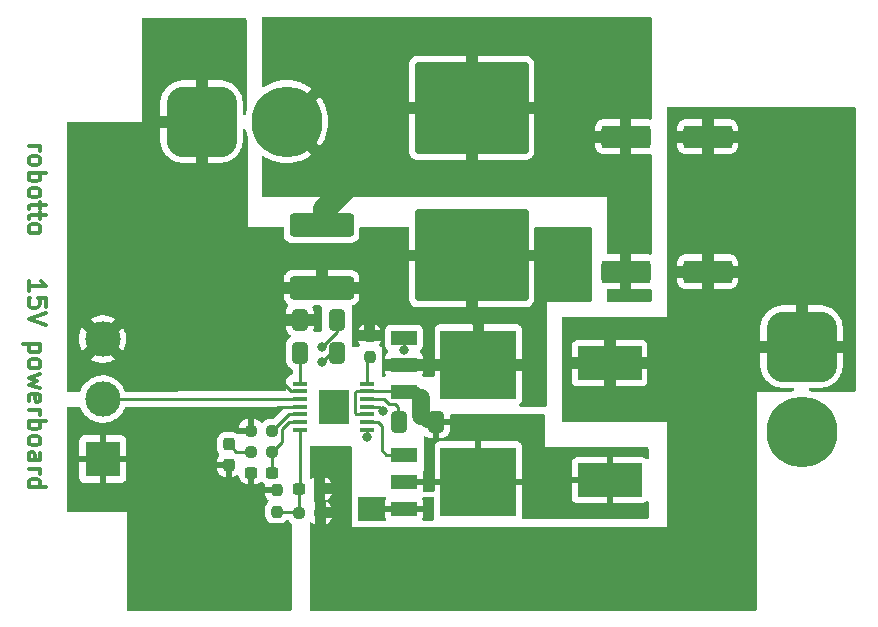
<source format=gtl>
G04 #@! TF.GenerationSoftware,KiCad,Pcbnew,6.0.9-8da3e8f707~116~ubuntu22.04.1*
G04 #@! TF.CreationDate,2022-12-04T14:32:31+01:00*
G04 #@! TF.ProjectId,pcb_15V,7063625f-3135-4562-9e6b-696361645f70,rev?*
G04 #@! TF.SameCoordinates,Original*
G04 #@! TF.FileFunction,Copper,L1,Top*
G04 #@! TF.FilePolarity,Positive*
%FSLAX46Y46*%
G04 Gerber Fmt 4.6, Leading zero omitted, Abs format (unit mm)*
G04 Created by KiCad (PCBNEW 6.0.9-8da3e8f707~116~ubuntu22.04.1) date 2022-12-04 14:32:31*
%MOMM*%
%LPD*%
G01*
G04 APERTURE LIST*
G04 Aperture macros list*
%AMRoundRect*
0 Rectangle with rounded corners*
0 $1 Rounding radius*
0 $2 $3 $4 $5 $6 $7 $8 $9 X,Y pos of 4 corners*
0 Add a 4 corners polygon primitive as box body*
4,1,4,$2,$3,$4,$5,$6,$7,$8,$9,$2,$3,0*
0 Add four circle primitives for the rounded corners*
1,1,$1+$1,$2,$3*
1,1,$1+$1,$4,$5*
1,1,$1+$1,$6,$7*
1,1,$1+$1,$8,$9*
0 Add four rect primitives between the rounded corners*
20,1,$1+$1,$2,$3,$4,$5,0*
20,1,$1+$1,$4,$5,$6,$7,0*
20,1,$1+$1,$6,$7,$8,$9,0*
20,1,$1+$1,$8,$9,$2,$3,0*%
G04 Aperture macros list end*
%ADD10C,0.300000*%
G04 #@! TA.AperFunction,NonConductor*
%ADD11C,0.300000*%
G04 #@! TD*
G04 #@! TA.AperFunction,SMDPad,CuDef*
%ADD12R,2.200000X1.200000*%
G04 #@! TD*
G04 #@! TA.AperFunction,SMDPad,CuDef*
%ADD13R,6.400000X5.800000*%
G04 #@! TD*
G04 #@! TA.AperFunction,ComponentPad*
%ADD14C,3.000000*%
G04 #@! TD*
G04 #@! TA.AperFunction,ComponentPad*
%ADD15R,3.000000X3.000000*%
G04 #@! TD*
G04 #@! TA.AperFunction,SMDPad,CuDef*
%ADD16RoundRect,0.250000X-0.412500X-0.650000X0.412500X-0.650000X0.412500X0.650000X-0.412500X0.650000X0*%
G04 #@! TD*
G04 #@! TA.AperFunction,SMDPad,CuDef*
%ADD17RoundRect,0.237500X0.300000X0.237500X-0.300000X0.237500X-0.300000X-0.237500X0.300000X-0.237500X0*%
G04 #@! TD*
G04 #@! TA.AperFunction,SMDPad,CuDef*
%ADD18RoundRect,0.237500X-0.237500X0.300000X-0.237500X-0.300000X0.237500X-0.300000X0.237500X0.300000X0*%
G04 #@! TD*
G04 #@! TA.AperFunction,SMDPad,CuDef*
%ADD19RoundRect,0.249998X4.550002X-3.650002X4.550002X3.650002X-4.550002X3.650002X-4.550002X-3.650002X0*%
G04 #@! TD*
G04 #@! TA.AperFunction,SMDPad,CuDef*
%ADD20RoundRect,0.249999X2.450001X-0.737501X2.450001X0.737501X-2.450001X0.737501X-2.450001X-0.737501X0*%
G04 #@! TD*
G04 #@! TA.AperFunction,SMDPad,CuDef*
%ADD21RoundRect,0.250000X1.825000X0.700000X-1.825000X0.700000X-1.825000X-0.700000X1.825000X-0.700000X0*%
G04 #@! TD*
G04 #@! TA.AperFunction,SMDPad,CuDef*
%ADD22R,5.400000X2.900000*%
G04 #@! TD*
G04 #@! TA.AperFunction,SMDPad,CuDef*
%ADD23RoundRect,0.237500X0.250000X0.237500X-0.250000X0.237500X-0.250000X-0.237500X0.250000X-0.237500X0*%
G04 #@! TD*
G04 #@! TA.AperFunction,SMDPad,CuDef*
%ADD24RoundRect,0.237500X0.237500X-0.250000X0.237500X0.250000X-0.237500X0.250000X-0.237500X-0.250000X0*%
G04 #@! TD*
G04 #@! TA.AperFunction,SMDPad,CuDef*
%ADD25R,1.310000X0.450000*%
G04 #@! TD*
G04 #@! TA.AperFunction,SMDPad,CuDef*
%ADD26R,2.650000X3.000000*%
G04 #@! TD*
G04 #@! TA.AperFunction,ComponentPad*
%ADD27RoundRect,1.500000X-1.500000X-1.500000X1.500000X-1.500000X1.500000X1.500000X-1.500000X1.500000X0*%
G04 #@! TD*
G04 #@! TA.AperFunction,ComponentPad*
%ADD28C,6.000000*%
G04 #@! TD*
G04 #@! TA.AperFunction,ComponentPad*
%ADD29RoundRect,1.500000X-1.500000X1.500000X-1.500000X-1.500000X1.500000X-1.500000X1.500000X1.500000X0*%
G04 #@! TD*
G04 #@! TA.AperFunction,ViaPad*
%ADD30C,0.800000*%
G04 #@! TD*
G04 #@! TA.AperFunction,ViaPad*
%ADD31C,2.000000*%
G04 #@! TD*
G04 #@! TA.AperFunction,Conductor*
%ADD32C,0.250000*%
G04 #@! TD*
G04 #@! TA.AperFunction,Conductor*
%ADD33C,0.700000*%
G04 #@! TD*
G04 #@! TA.AperFunction,Conductor*
%ADD34C,1.000000*%
G04 #@! TD*
G04 #@! TA.AperFunction,Conductor*
%ADD35C,1.500000*%
G04 #@! TD*
G04 #@! TA.AperFunction,Conductor*
%ADD36C,2.000000*%
G04 #@! TD*
G04 APERTURE END LIST*
D10*
D11*
X83141428Y-36335714D02*
X84141428Y-36335714D01*
X83855714Y-36335714D02*
X83998571Y-36407142D01*
X84070000Y-36478571D01*
X84141428Y-36621428D01*
X84141428Y-36764285D01*
X83141428Y-37478571D02*
X83212857Y-37335714D01*
X83284285Y-37264285D01*
X83427142Y-37192857D01*
X83855714Y-37192857D01*
X83998571Y-37264285D01*
X84070000Y-37335714D01*
X84141428Y-37478571D01*
X84141428Y-37692857D01*
X84070000Y-37835714D01*
X83998571Y-37907142D01*
X83855714Y-37978571D01*
X83427142Y-37978571D01*
X83284285Y-37907142D01*
X83212857Y-37835714D01*
X83141428Y-37692857D01*
X83141428Y-37478571D01*
X83141428Y-38621428D02*
X84641428Y-38621428D01*
X84070000Y-38621428D02*
X84141428Y-38764285D01*
X84141428Y-39050000D01*
X84070000Y-39192857D01*
X83998571Y-39264285D01*
X83855714Y-39335714D01*
X83427142Y-39335714D01*
X83284285Y-39264285D01*
X83212857Y-39192857D01*
X83141428Y-39050000D01*
X83141428Y-38764285D01*
X83212857Y-38621428D01*
X83141428Y-40192857D02*
X83212857Y-40050000D01*
X83284285Y-39978571D01*
X83427142Y-39907142D01*
X83855714Y-39907142D01*
X83998571Y-39978571D01*
X84070000Y-40050000D01*
X84141428Y-40192857D01*
X84141428Y-40407142D01*
X84070000Y-40550000D01*
X83998571Y-40621428D01*
X83855714Y-40692857D01*
X83427142Y-40692857D01*
X83284285Y-40621428D01*
X83212857Y-40550000D01*
X83141428Y-40407142D01*
X83141428Y-40192857D01*
X84141428Y-41121428D02*
X84141428Y-41692857D01*
X84641428Y-41335714D02*
X83355714Y-41335714D01*
X83212857Y-41407142D01*
X83141428Y-41550000D01*
X83141428Y-41692857D01*
X84141428Y-41978571D02*
X84141428Y-42550000D01*
X84641428Y-42192857D02*
X83355714Y-42192857D01*
X83212857Y-42264285D01*
X83141428Y-42407142D01*
X83141428Y-42550000D01*
X83141428Y-43264285D02*
X83212857Y-43121428D01*
X83284285Y-43050000D01*
X83427142Y-42978571D01*
X83855714Y-42978571D01*
X83998571Y-43050000D01*
X84070000Y-43121428D01*
X84141428Y-43264285D01*
X84141428Y-43478571D01*
X84070000Y-43621428D01*
X83998571Y-43692857D01*
X83855714Y-43764285D01*
X83427142Y-43764285D01*
X83284285Y-43692857D01*
X83212857Y-43621428D01*
X83141428Y-43478571D01*
X83141428Y-43264285D01*
X83141428Y-48621428D02*
X83141428Y-47764285D01*
X83141428Y-48192857D02*
X84641428Y-48192857D01*
X84427142Y-48050000D01*
X84284285Y-47907142D01*
X84212857Y-47764285D01*
X84641428Y-49978571D02*
X84641428Y-49264285D01*
X83927142Y-49192857D01*
X83998571Y-49264285D01*
X84070000Y-49407142D01*
X84070000Y-49764285D01*
X83998571Y-49907142D01*
X83927142Y-49978571D01*
X83784285Y-50050000D01*
X83427142Y-50050000D01*
X83284285Y-49978571D01*
X83212857Y-49907142D01*
X83141428Y-49764285D01*
X83141428Y-49407142D01*
X83212857Y-49264285D01*
X83284285Y-49192857D01*
X84641428Y-50478571D02*
X83141428Y-50978571D01*
X84641428Y-51478571D01*
X84141428Y-53121428D02*
X82641428Y-53121428D01*
X84070000Y-53121428D02*
X84141428Y-53264285D01*
X84141428Y-53550000D01*
X84070000Y-53692857D01*
X83998571Y-53764285D01*
X83855714Y-53835714D01*
X83427142Y-53835714D01*
X83284285Y-53764285D01*
X83212857Y-53692857D01*
X83141428Y-53550000D01*
X83141428Y-53264285D01*
X83212857Y-53121428D01*
X83141428Y-54692857D02*
X83212857Y-54550000D01*
X83284285Y-54478571D01*
X83427142Y-54407142D01*
X83855714Y-54407142D01*
X83998571Y-54478571D01*
X84070000Y-54550000D01*
X84141428Y-54692857D01*
X84141428Y-54907142D01*
X84070000Y-55050000D01*
X83998571Y-55121428D01*
X83855714Y-55192857D01*
X83427142Y-55192857D01*
X83284285Y-55121428D01*
X83212857Y-55050000D01*
X83141428Y-54907142D01*
X83141428Y-54692857D01*
X84141428Y-55692857D02*
X83141428Y-55978571D01*
X83855714Y-56264285D01*
X83141428Y-56550000D01*
X84141428Y-56835714D01*
X83212857Y-57978571D02*
X83141428Y-57835714D01*
X83141428Y-57550000D01*
X83212857Y-57407142D01*
X83355714Y-57335714D01*
X83927142Y-57335714D01*
X84070000Y-57407142D01*
X84141428Y-57550000D01*
X84141428Y-57835714D01*
X84070000Y-57978571D01*
X83927142Y-58050000D01*
X83784285Y-58050000D01*
X83641428Y-57335714D01*
X83141428Y-58692857D02*
X84141428Y-58692857D01*
X83855714Y-58692857D02*
X83998571Y-58764285D01*
X84070000Y-58835714D01*
X84141428Y-58978571D01*
X84141428Y-59121428D01*
X83141428Y-59621428D02*
X84641428Y-59621428D01*
X84070000Y-59621428D02*
X84141428Y-59764285D01*
X84141428Y-60050000D01*
X84070000Y-60192857D01*
X83998571Y-60264285D01*
X83855714Y-60335714D01*
X83427142Y-60335714D01*
X83284285Y-60264285D01*
X83212857Y-60192857D01*
X83141428Y-60050000D01*
X83141428Y-59764285D01*
X83212857Y-59621428D01*
X83141428Y-61192857D02*
X83212857Y-61050000D01*
X83284285Y-60978571D01*
X83427142Y-60907142D01*
X83855714Y-60907142D01*
X83998571Y-60978571D01*
X84070000Y-61050000D01*
X84141428Y-61192857D01*
X84141428Y-61407142D01*
X84070000Y-61550000D01*
X83998571Y-61621428D01*
X83855714Y-61692857D01*
X83427142Y-61692857D01*
X83284285Y-61621428D01*
X83212857Y-61550000D01*
X83141428Y-61407142D01*
X83141428Y-61192857D01*
X83141428Y-62978571D02*
X83927142Y-62978571D01*
X84070000Y-62907142D01*
X84141428Y-62764285D01*
X84141428Y-62478571D01*
X84070000Y-62335714D01*
X83212857Y-62978571D02*
X83141428Y-62835714D01*
X83141428Y-62478571D01*
X83212857Y-62335714D01*
X83355714Y-62264285D01*
X83498571Y-62264285D01*
X83641428Y-62335714D01*
X83712857Y-62478571D01*
X83712857Y-62835714D01*
X83784285Y-62978571D01*
X83141428Y-63692857D02*
X84141428Y-63692857D01*
X83855714Y-63692857D02*
X83998571Y-63764285D01*
X84070000Y-63835714D01*
X84141428Y-63978571D01*
X84141428Y-64121428D01*
X83141428Y-65264285D02*
X84641428Y-65264285D01*
X83212857Y-65264285D02*
X83141428Y-65121428D01*
X83141428Y-64835714D01*
X83212857Y-64692857D01*
X83284285Y-64621428D01*
X83427142Y-64550000D01*
X83855714Y-64550000D01*
X83998571Y-64621428D01*
X84070000Y-64692857D01*
X84141428Y-64835714D01*
X84141428Y-65121428D01*
X84070000Y-65264285D01*
D12*
X114926000Y-62490000D03*
D13*
X121226000Y-64770000D03*
D12*
X114926000Y-64770000D03*
X114926000Y-67050000D03*
D14*
X89408000Y-52705000D03*
X89408000Y-57785000D03*
D15*
X89408000Y-62865000D03*
D16*
X114515500Y-59690000D03*
X117640500Y-59690000D03*
D17*
X103732500Y-64008000D03*
X102007500Y-64008000D03*
D18*
X100076000Y-61621500D03*
X100076000Y-63346500D03*
D19*
X120650000Y-45620000D03*
X120650000Y-33120000D03*
D20*
X107950000Y-48357500D03*
X107950000Y-43082500D03*
D16*
X106095000Y-51054000D03*
X109220000Y-51054000D03*
X106095000Y-53848000D03*
X109220000Y-53848000D03*
D17*
X107796500Y-65381500D03*
X106071500Y-65381500D03*
D21*
X140635000Y-46990000D03*
X133685000Y-46990000D03*
X140635000Y-35560000D03*
X133685000Y-35560000D03*
D22*
X132334000Y-54740000D03*
X132334000Y-64640000D03*
D12*
X114926000Y-52584000D03*
D13*
X121226000Y-54864000D03*
D12*
X114926000Y-54864000D03*
X114926000Y-57144000D03*
D23*
X107846500Y-67413500D03*
X106021500Y-67413500D03*
D24*
X104140000Y-67310000D03*
X104140000Y-65485000D03*
D23*
X103782500Y-62230000D03*
X101957500Y-62230000D03*
X103782500Y-60452000D03*
X101957500Y-60452000D03*
D24*
X112014000Y-54252500D03*
X112014000Y-52427500D03*
D25*
X106121000Y-56470000D03*
X106121000Y-57120000D03*
X106121000Y-57770000D03*
X106121000Y-58420000D03*
X106121000Y-59070000D03*
X106121000Y-59720000D03*
X106121000Y-60370000D03*
X111811000Y-60370000D03*
X111811000Y-59720000D03*
X111811000Y-59070000D03*
X111811000Y-58420000D03*
X111811000Y-57770000D03*
X111811000Y-57120000D03*
X111811000Y-56470000D03*
D26*
X108966000Y-58420000D03*
D27*
X97790000Y-34290000D03*
D28*
X104990000Y-34290000D03*
D29*
X148590000Y-53340000D03*
D28*
X148590000Y-60540000D03*
D30*
X111633000Y-67564000D03*
X112776000Y-67056000D03*
X116967000Y-66548000D03*
X116967000Y-67564000D03*
X113157000Y-58801000D03*
X114935000Y-53594000D03*
X109220000Y-38100000D03*
X102870000Y-69850000D03*
X129540000Y-39370000D03*
X123190000Y-26670000D03*
X133350000Y-26670000D03*
X107950000Y-54610000D03*
X113030000Y-35560000D03*
X97790000Y-62230000D03*
X111760000Y-38100000D03*
X110490000Y-33020000D03*
X130810000Y-30480000D03*
X97790000Y-59690000D03*
X100330000Y-73660000D03*
X114300000Y-29210000D03*
X133350000Y-33020000D03*
X113030000Y-39370000D03*
X134620000Y-40640000D03*
X128270000Y-33020000D03*
X110490000Y-29210000D03*
X92710000Y-69850000D03*
X95250000Y-73660000D03*
X87122000Y-66548000D03*
X123190000Y-39370000D03*
X113030000Y-26670000D03*
X118110000Y-26670000D03*
X104140000Y-73660000D03*
X86868000Y-59436000D03*
X97790000Y-69850000D03*
X118110000Y-39370000D03*
X100330000Y-66040000D03*
X129540000Y-35560000D03*
X95250000Y-66040000D03*
D31*
X108966000Y-58420000D03*
D30*
X133350000Y-38100000D03*
X134620000Y-44450000D03*
X105410000Y-29210000D03*
X128270000Y-26670000D03*
X107950000Y-26670000D03*
X113030000Y-31750000D03*
X91440000Y-66040000D03*
X100076000Y-68707000D03*
X107950000Y-53340000D03*
X93853000Y-61722000D03*
X91440000Y-59690000D03*
X111760000Y-60960000D03*
X111633000Y-66548000D03*
X105410000Y-39370000D03*
X133350000Y-43180000D03*
D32*
X111811000Y-59720000D02*
X112716000Y-59720000D01*
X112716000Y-59720000D02*
X113030000Y-60034000D01*
X113030000Y-60034000D02*
X113030000Y-62103000D01*
X113417000Y-62490000D02*
X114926000Y-62490000D01*
X113030000Y-62103000D02*
X113417000Y-62490000D01*
X112776000Y-58420000D02*
X113157000Y-58801000D01*
X111811000Y-58420000D02*
X112776000Y-58420000D01*
X114515500Y-59690000D02*
X114427000Y-59601500D01*
X114427000Y-59601500D02*
X114427000Y-58420000D01*
X114427000Y-58420000D02*
X114173000Y-58166000D01*
X114173000Y-58166000D02*
X113665000Y-58166000D01*
X113665000Y-58166000D02*
X113269000Y-57770000D01*
X113269000Y-57770000D02*
X111811000Y-57770000D01*
X111811000Y-57120000D02*
X114902000Y-57120000D01*
X114902000Y-57120000D02*
X114926000Y-57144000D01*
X111811000Y-59070000D02*
X110886000Y-59070000D01*
X110886000Y-59070000D02*
X110744000Y-58928000D01*
X110744000Y-57277000D02*
X110901000Y-57120000D01*
X110744000Y-58928000D02*
X110744000Y-57277000D01*
X110901000Y-57120000D02*
X111811000Y-57120000D01*
X114935000Y-53443000D02*
X114935000Y-53594000D01*
X114926000Y-53434000D02*
X114935000Y-53443000D01*
X114926000Y-52584000D02*
X114926000Y-53434000D01*
D33*
X117640500Y-59690000D02*
X116840000Y-59690000D01*
D34*
X116332000Y-57658000D02*
X115818000Y-57144000D01*
X116840000Y-59690000D02*
X116332000Y-59182000D01*
D35*
X116332000Y-59182000D02*
X116332000Y-57658000D01*
D33*
X115818000Y-57144000D02*
X114926000Y-57144000D01*
D32*
X95900000Y-57770000D02*
X95885000Y-57785000D01*
X95885000Y-57785000D02*
X89408000Y-57785000D01*
D33*
X132204000Y-64770000D02*
X132334000Y-64640000D01*
D32*
X108712000Y-53848000D02*
X107950000Y-54610000D01*
X106121000Y-58420000D02*
X104214500Y-58420000D01*
D36*
X108204000Y-43082500D02*
X108204000Y-41656000D01*
X108204000Y-41656000D02*
X111760000Y-38100000D01*
D32*
X104214500Y-58420000D02*
X104140000Y-58494500D01*
X111811000Y-60370000D02*
X111811000Y-60909000D01*
X111811000Y-60909000D02*
X111760000Y-60960000D01*
X114926000Y-67050000D02*
X114040000Y-67050000D01*
X109220000Y-51054000D02*
X109220000Y-52070000D01*
X109220000Y-53848000D02*
X108712000Y-53848000D01*
X109220000Y-52070000D02*
X107950000Y-53340000D01*
X106121000Y-59720000D02*
X105216000Y-59720000D01*
X104595000Y-60341000D02*
X104595000Y-61417500D01*
X105216000Y-59720000D02*
X104595000Y-60341000D01*
X103782500Y-62230000D02*
X103782500Y-63958000D01*
X103782500Y-63958000D02*
X103732500Y-64008000D01*
X104595000Y-61417500D02*
X103782500Y-62230000D01*
X100684500Y-62230000D02*
X100076000Y-61621500D01*
X101957500Y-62230000D02*
X100684500Y-62230000D01*
X105380000Y-57120000D02*
X104140000Y-55880000D01*
D33*
X106095000Y-51054000D02*
X106095000Y-50466500D01*
D32*
X106121000Y-57120000D02*
X105380000Y-57120000D01*
D33*
X108717371Y-48357500D02*
X108204000Y-48357500D01*
X112014000Y-52427500D02*
X111969500Y-52427500D01*
X114926000Y-54864000D02*
X114406000Y-54864000D01*
D32*
X106095000Y-53848000D02*
X106121000Y-53874000D01*
X106121000Y-53874000D02*
X106121000Y-56470000D01*
X106121000Y-67314000D02*
X106021500Y-67413500D01*
X106121000Y-60370000D02*
X106121000Y-65178500D01*
X106071500Y-67363500D02*
X106021500Y-67413500D01*
X105918000Y-67310000D02*
X106021500Y-67413500D01*
X106071500Y-65381500D02*
X106071500Y-67363500D01*
X104140000Y-67310000D02*
X105918000Y-67310000D01*
D33*
X107796500Y-65381500D02*
X107796500Y-67363500D01*
X107796500Y-67363500D02*
X107846500Y-67413500D01*
X140970000Y-47325000D02*
X140635000Y-46990000D01*
D32*
X114814000Y-52584000D02*
X114926000Y-52584000D01*
X105164500Y-59070000D02*
X106121000Y-59070000D01*
X103782500Y-60452000D02*
X105164500Y-59070000D01*
X111811000Y-56470000D02*
X111811000Y-54455500D01*
X111811000Y-54455500D02*
X112014000Y-54252500D01*
X95900000Y-57770000D02*
X106121000Y-57770000D01*
G04 #@! TA.AperFunction,Conductor*
G36*
X135832121Y-25420002D02*
G01*
X135878614Y-25473658D01*
X135890000Y-25526000D01*
X135890000Y-34012863D01*
X135869998Y-34080984D01*
X135816342Y-34127477D01*
X135746068Y-34137581D01*
X135724332Y-34132456D01*
X135671290Y-34114862D01*
X135657914Y-34111995D01*
X135563562Y-34102328D01*
X135557145Y-34102000D01*
X134203115Y-34102000D01*
X134187876Y-34106475D01*
X134186671Y-34107865D01*
X134185000Y-34115548D01*
X134185000Y-36999884D01*
X134189475Y-37015123D01*
X134190865Y-37016328D01*
X134198548Y-37017999D01*
X135557095Y-37017999D01*
X135563614Y-37017662D01*
X135659206Y-37007743D01*
X135672603Y-37004850D01*
X135724125Y-36987662D01*
X135795075Y-36985078D01*
X135856158Y-37021262D01*
X135887982Y-37084727D01*
X135890000Y-37107186D01*
X135890000Y-45442863D01*
X135869998Y-45510984D01*
X135816342Y-45557477D01*
X135746068Y-45567581D01*
X135724332Y-45562456D01*
X135671290Y-45544862D01*
X135657914Y-45541995D01*
X135563562Y-45532328D01*
X135557145Y-45532000D01*
X134203115Y-45532000D01*
X134187876Y-45536475D01*
X134186671Y-45537865D01*
X134185000Y-45545548D01*
X134185000Y-48429884D01*
X134189475Y-48445123D01*
X134190865Y-48446328D01*
X134198548Y-48447999D01*
X135557095Y-48447999D01*
X135563614Y-48447662D01*
X135659206Y-48437743D01*
X135672603Y-48434850D01*
X135724125Y-48417662D01*
X135795075Y-48415078D01*
X135856158Y-48451262D01*
X135887982Y-48514727D01*
X135890000Y-48537186D01*
X135890000Y-49404000D01*
X135869998Y-49472121D01*
X135816342Y-49518614D01*
X135764000Y-49530000D01*
X132206000Y-49530000D01*
X132137879Y-49509998D01*
X132091386Y-49456342D01*
X132080000Y-49404000D01*
X132080000Y-48574000D01*
X132100002Y-48505879D01*
X132153658Y-48459386D01*
X132206000Y-48448000D01*
X133166885Y-48448000D01*
X133182124Y-48443525D01*
X133183329Y-48442135D01*
X133185000Y-48434452D01*
X133185000Y-45550116D01*
X133180525Y-45534877D01*
X133179135Y-45533672D01*
X133171452Y-45532001D01*
X132206000Y-45532001D01*
X132137879Y-45511999D01*
X132091386Y-45458343D01*
X132080000Y-45406001D01*
X132080000Y-40640000D01*
X102996001Y-40640000D01*
X102927880Y-40619998D01*
X102881387Y-40566342D01*
X102870001Y-40514000D01*
X102870001Y-37328129D01*
X102890003Y-37260008D01*
X102943659Y-37213515D01*
X103013933Y-37203411D01*
X103064626Y-37222457D01*
X103230823Y-37330387D01*
X103236532Y-37333683D01*
X103558275Y-37497620D01*
X103564286Y-37500296D01*
X103901395Y-37629700D01*
X103907672Y-37631740D01*
X104256463Y-37725198D01*
X104262901Y-37726567D01*
X104619560Y-37783055D01*
X104626104Y-37783743D01*
X104986699Y-37802641D01*
X104993301Y-37802641D01*
X105353896Y-37783743D01*
X105360440Y-37783055D01*
X105717099Y-37726567D01*
X105723537Y-37725198D01*
X106072328Y-37631740D01*
X106078605Y-37629700D01*
X106415714Y-37500296D01*
X106421725Y-37497620D01*
X106743468Y-37333683D01*
X106749177Y-37330387D01*
X107052009Y-37133725D01*
X107057346Y-37129848D01*
X107079403Y-37111987D01*
X107087868Y-37099733D01*
X107081534Y-37088641D01*
X106809990Y-36817097D01*
X115342001Y-36817097D01*
X115342338Y-36823616D01*
X115352257Y-36919208D01*
X115355149Y-36932602D01*
X115406588Y-37086785D01*
X115412762Y-37099964D01*
X115498063Y-37237810D01*
X115507099Y-37249209D01*
X115621828Y-37363738D01*
X115633239Y-37372750D01*
X115771241Y-37457816D01*
X115784422Y-37463963D01*
X115938708Y-37515138D01*
X115952084Y-37518005D01*
X116046436Y-37527672D01*
X116052852Y-37528000D01*
X120131885Y-37528000D01*
X120147124Y-37523525D01*
X120148329Y-37522135D01*
X120150000Y-37514452D01*
X120150000Y-37509884D01*
X121150000Y-37509884D01*
X121154475Y-37525123D01*
X121155865Y-37526328D01*
X121163548Y-37527999D01*
X125247097Y-37527999D01*
X125253616Y-37527662D01*
X125349208Y-37517743D01*
X125362602Y-37514851D01*
X125516785Y-37463412D01*
X125529964Y-37457238D01*
X125667810Y-37371937D01*
X125679209Y-37362901D01*
X125793738Y-37248172D01*
X125802750Y-37236761D01*
X125887816Y-37098759D01*
X125893963Y-37085578D01*
X125945138Y-36931292D01*
X125948005Y-36917916D01*
X125957672Y-36823564D01*
X125958000Y-36817148D01*
X125958000Y-36307095D01*
X131102001Y-36307095D01*
X131102338Y-36313614D01*
X131112257Y-36409206D01*
X131115149Y-36422600D01*
X131166588Y-36576784D01*
X131172761Y-36589962D01*
X131258063Y-36727807D01*
X131267099Y-36739208D01*
X131381829Y-36853739D01*
X131393240Y-36862751D01*
X131531243Y-36947816D01*
X131544424Y-36953963D01*
X131698710Y-37005138D01*
X131712086Y-37008005D01*
X131806438Y-37017672D01*
X131812854Y-37018000D01*
X133166885Y-37018000D01*
X133182124Y-37013525D01*
X133183329Y-37012135D01*
X133185000Y-37004452D01*
X133185000Y-36078115D01*
X133180525Y-36062876D01*
X133179135Y-36061671D01*
X133171452Y-36060000D01*
X131120116Y-36060000D01*
X131104877Y-36064475D01*
X131103672Y-36065865D01*
X131102001Y-36073548D01*
X131102001Y-36307095D01*
X125958000Y-36307095D01*
X125958000Y-35041885D01*
X131102000Y-35041885D01*
X131106475Y-35057124D01*
X131107865Y-35058329D01*
X131115548Y-35060000D01*
X133166885Y-35060000D01*
X133182124Y-35055525D01*
X133183329Y-35054135D01*
X133185000Y-35046452D01*
X133185000Y-34120116D01*
X133180525Y-34104877D01*
X133179135Y-34103672D01*
X133171452Y-34102001D01*
X131812905Y-34102001D01*
X131806386Y-34102338D01*
X131710794Y-34112257D01*
X131697400Y-34115149D01*
X131543216Y-34166588D01*
X131530038Y-34172761D01*
X131392193Y-34258063D01*
X131380792Y-34267099D01*
X131266261Y-34381829D01*
X131257249Y-34393240D01*
X131172184Y-34531243D01*
X131166037Y-34544424D01*
X131114862Y-34698710D01*
X131111995Y-34712086D01*
X131102328Y-34806438D01*
X131102000Y-34812855D01*
X131102000Y-35041885D01*
X125958000Y-35041885D01*
X125958000Y-33638115D01*
X125953525Y-33622876D01*
X125952135Y-33621671D01*
X125944452Y-33620000D01*
X121168115Y-33620000D01*
X121152876Y-33624475D01*
X121151671Y-33625865D01*
X121150000Y-33633548D01*
X121150000Y-37509884D01*
X120150000Y-37509884D01*
X120150000Y-33638115D01*
X120145525Y-33622876D01*
X120144135Y-33621671D01*
X120136452Y-33620000D01*
X115360116Y-33620000D01*
X115344877Y-33624475D01*
X115343672Y-33625865D01*
X115342001Y-33633548D01*
X115342001Y-36817097D01*
X106809990Y-36817097D01*
X104371988Y-34379095D01*
X104337962Y-34316783D01*
X104339797Y-34291132D01*
X105702305Y-34291132D01*
X105702436Y-34292965D01*
X105706687Y-34299580D01*
X107787775Y-36380668D01*
X107800851Y-36387809D01*
X107811218Y-36380352D01*
X107829848Y-36357346D01*
X107833725Y-36352009D01*
X108030387Y-36049177D01*
X108033683Y-36043468D01*
X108197620Y-35721725D01*
X108200296Y-35715714D01*
X108329700Y-35378605D01*
X108331740Y-35372328D01*
X108425198Y-35023537D01*
X108426567Y-35017099D01*
X108483055Y-34660440D01*
X108483743Y-34653896D01*
X108502641Y-34293301D01*
X108502641Y-34286699D01*
X108483743Y-33926104D01*
X108483055Y-33919560D01*
X108426567Y-33562901D01*
X108425198Y-33556463D01*
X108331740Y-33207672D01*
X108329700Y-33201395D01*
X108200296Y-32864286D01*
X108197620Y-32858275D01*
X108066982Y-32601885D01*
X115342000Y-32601885D01*
X115346475Y-32617124D01*
X115347865Y-32618329D01*
X115355548Y-32620000D01*
X120131885Y-32620000D01*
X120147124Y-32615525D01*
X120148329Y-32614135D01*
X120150000Y-32606452D01*
X120150000Y-32601885D01*
X121150000Y-32601885D01*
X121154475Y-32617124D01*
X121155865Y-32618329D01*
X121163548Y-32620000D01*
X125939884Y-32620000D01*
X125955123Y-32615525D01*
X125956328Y-32614135D01*
X125957999Y-32606452D01*
X125957999Y-29422903D01*
X125957662Y-29416384D01*
X125947743Y-29320792D01*
X125944851Y-29307398D01*
X125893412Y-29153215D01*
X125887238Y-29140036D01*
X125801937Y-29002190D01*
X125792901Y-28990791D01*
X125678172Y-28876262D01*
X125666761Y-28867250D01*
X125528759Y-28782184D01*
X125515578Y-28776037D01*
X125361292Y-28724862D01*
X125347916Y-28721995D01*
X125253564Y-28712328D01*
X125247147Y-28712000D01*
X121168115Y-28712000D01*
X121152876Y-28716475D01*
X121151671Y-28717865D01*
X121150000Y-28725548D01*
X121150000Y-32601885D01*
X120150000Y-32601885D01*
X120150000Y-28730116D01*
X120145525Y-28714877D01*
X120144135Y-28713672D01*
X120136452Y-28712001D01*
X116052903Y-28712001D01*
X116046384Y-28712338D01*
X115950792Y-28722257D01*
X115937398Y-28725149D01*
X115783215Y-28776588D01*
X115770036Y-28782762D01*
X115632190Y-28868063D01*
X115620791Y-28877099D01*
X115506262Y-28991828D01*
X115497250Y-29003239D01*
X115412184Y-29141241D01*
X115406037Y-29154422D01*
X115354862Y-29308708D01*
X115351995Y-29322084D01*
X115342328Y-29416436D01*
X115342000Y-29422853D01*
X115342000Y-32601885D01*
X108066982Y-32601885D01*
X108033683Y-32536532D01*
X108030387Y-32530823D01*
X107833725Y-32227991D01*
X107829848Y-32222654D01*
X107811987Y-32200597D01*
X107799733Y-32192132D01*
X107788641Y-32198466D01*
X105709919Y-34277188D01*
X105702305Y-34291132D01*
X104339797Y-34291132D01*
X104343027Y-34245968D01*
X104371988Y-34200905D01*
X107080668Y-31492225D01*
X107087809Y-31479149D01*
X107080352Y-31468782D01*
X107057346Y-31450152D01*
X107052009Y-31446275D01*
X106749177Y-31249613D01*
X106743468Y-31246317D01*
X106421725Y-31082380D01*
X106415714Y-31079704D01*
X106078605Y-30950300D01*
X106072328Y-30948260D01*
X105723537Y-30854802D01*
X105717099Y-30853433D01*
X105360440Y-30796945D01*
X105353896Y-30796257D01*
X104993301Y-30777359D01*
X104986699Y-30777359D01*
X104626104Y-30796257D01*
X104619560Y-30796945D01*
X104262901Y-30853433D01*
X104256463Y-30854802D01*
X103907672Y-30948260D01*
X103901395Y-30950300D01*
X103564286Y-31079704D01*
X103558275Y-31082380D01*
X103236532Y-31246317D01*
X103230828Y-31249610D01*
X103064624Y-31357544D01*
X102996600Y-31377870D01*
X102928385Y-31358192D01*
X102881637Y-31304758D01*
X102870000Y-31251871D01*
X102870000Y-25526000D01*
X102890002Y-25457879D01*
X102943658Y-25411386D01*
X102996000Y-25400000D01*
X135764000Y-25400000D01*
X135832121Y-25420002D01*
G37*
G04 #@! TD.AperFunction*
G04 #@! TA.AperFunction,Conductor*
G36*
X101543180Y-25547002D02*
G01*
X101589673Y-25600658D01*
X101601055Y-25651936D01*
X101664309Y-33139078D01*
X101655944Y-33185295D01*
X101648639Y-33204326D01*
X101553459Y-33559541D01*
X101552944Y-33562793D01*
X101552942Y-33562802D01*
X101548448Y-33591178D01*
X101518035Y-33655331D01*
X101457767Y-33692858D01*
X101386777Y-33691844D01*
X101327606Y-33652611D01*
X101299038Y-33587615D01*
X101297999Y-33571467D01*
X101297999Y-32679086D01*
X101297939Y-32676328D01*
X101295399Y-32618145D01*
X101294683Y-32611028D01*
X101252001Y-32341547D01*
X101250022Y-32332977D01*
X101170496Y-32072857D01*
X101167345Y-32064647D01*
X101052387Y-31818118D01*
X101048124Y-31810428D01*
X100899976Y-31582300D01*
X100894686Y-31575281D01*
X100716217Y-31369976D01*
X100710024Y-31363783D01*
X100504719Y-31185314D01*
X100497700Y-31180024D01*
X100269572Y-31031876D01*
X100261882Y-31027613D01*
X100015353Y-30912655D01*
X100007143Y-30909504D01*
X99747023Y-30829978D01*
X99738453Y-30827999D01*
X99468956Y-30785315D01*
X99461872Y-30784601D01*
X99403669Y-30782060D01*
X99400917Y-30782000D01*
X98308115Y-30782000D01*
X98292876Y-30786475D01*
X98291671Y-30787865D01*
X98290000Y-30795548D01*
X98290000Y-37779884D01*
X98294475Y-37795123D01*
X98295865Y-37796328D01*
X98303548Y-37797999D01*
X99400915Y-37797999D01*
X99403672Y-37797939D01*
X99461855Y-37795399D01*
X99468972Y-37794683D01*
X99738453Y-37752001D01*
X99747023Y-37750022D01*
X100007143Y-37670496D01*
X100015353Y-37667345D01*
X100261882Y-37552387D01*
X100269572Y-37548124D01*
X100497700Y-37399976D01*
X100504719Y-37394686D01*
X100710024Y-37216217D01*
X100716217Y-37210024D01*
X100894686Y-37004719D01*
X100899976Y-36997700D01*
X101048124Y-36769572D01*
X101052387Y-36761882D01*
X101167345Y-36515353D01*
X101170496Y-36507143D01*
X101250022Y-36247023D01*
X101252001Y-36238453D01*
X101294685Y-35968956D01*
X101295399Y-35961872D01*
X101297940Y-35903669D01*
X101298000Y-35900917D01*
X101298000Y-35008536D01*
X101318002Y-34940415D01*
X101371658Y-34893922D01*
X101441932Y-34883818D01*
X101506512Y-34913312D01*
X101544896Y-34973038D01*
X101548449Y-34988827D01*
X101552941Y-35017193D01*
X101552944Y-35017206D01*
X101553459Y-35020459D01*
X101648639Y-35375674D01*
X101675812Y-35446461D01*
X101684175Y-35490544D01*
X101749138Y-43180000D01*
X104615501Y-43180000D01*
X104683622Y-43200002D01*
X104730115Y-43253658D01*
X104741501Y-43305998D01*
X104741501Y-43870400D01*
X104752474Y-43976167D01*
X104754658Y-43982713D01*
X104805730Y-44135792D01*
X104808450Y-44143946D01*
X104901521Y-44294349D01*
X105026697Y-44419306D01*
X105177261Y-44512115D01*
X105257004Y-44538564D01*
X105338610Y-44565632D01*
X105338612Y-44565632D01*
X105345138Y-44567797D01*
X105351974Y-44568497D01*
X105351977Y-44568498D01*
X105395030Y-44572909D01*
X105449599Y-44578500D01*
X105952457Y-44578500D01*
X107975092Y-44578499D01*
X108000861Y-44581162D01*
X108014320Y-44583974D01*
X108019380Y-44584204D01*
X108019382Y-44584204D01*
X108067887Y-44586407D01*
X108256817Y-44594986D01*
X108261838Y-44594405D01*
X108261840Y-44594405D01*
X108392089Y-44579334D01*
X108406572Y-44578499D01*
X110450400Y-44578499D01*
X110556167Y-44567526D01*
X110715347Y-44514419D01*
X110717002Y-44513867D01*
X110717004Y-44513866D01*
X110723946Y-44511550D01*
X110874349Y-44418479D01*
X110999306Y-44293303D01*
X111092115Y-44142739D01*
X111147797Y-43974862D01*
X111158500Y-43870401D01*
X111158500Y-43306000D01*
X111178502Y-43237879D01*
X111232158Y-43191386D01*
X111284500Y-43180000D01*
X115216000Y-43180000D01*
X115284121Y-43200002D01*
X115330614Y-43253658D01*
X115342000Y-43306000D01*
X115342000Y-45101885D01*
X115346475Y-45117124D01*
X115347865Y-45118329D01*
X115355548Y-45120000D01*
X125939884Y-45120000D01*
X125955123Y-45115525D01*
X125956328Y-45114135D01*
X125957999Y-45106452D01*
X125957999Y-43306000D01*
X125978001Y-43237879D01*
X126031657Y-43191386D01*
X126083999Y-43180000D01*
X130684000Y-43180000D01*
X130752121Y-43200002D01*
X130798614Y-43253658D01*
X130810000Y-43306000D01*
X130810000Y-49404000D01*
X130789998Y-49472121D01*
X130736342Y-49518614D01*
X130684000Y-49530000D01*
X127000000Y-49530000D01*
X127000000Y-58294000D01*
X126979998Y-58362121D01*
X126926342Y-58408614D01*
X126874000Y-58420000D01*
X124776045Y-58420000D01*
X124707924Y-58399998D01*
X124661431Y-58346342D01*
X124651327Y-58276068D01*
X124680821Y-58211488D01*
X124700480Y-58193174D01*
X124781724Y-58132285D01*
X124794285Y-58119724D01*
X124870786Y-58017649D01*
X124879324Y-58002054D01*
X124924478Y-57881606D01*
X124928105Y-57866351D01*
X124933631Y-57815486D01*
X124934000Y-57808672D01*
X124934000Y-55382115D01*
X124929525Y-55366876D01*
X124928135Y-55365671D01*
X124920452Y-55364000D01*
X117536116Y-55364000D01*
X117520877Y-55368475D01*
X117519672Y-55369865D01*
X117518001Y-55377548D01*
X117518001Y-55754000D01*
X117497999Y-55822121D01*
X117444343Y-55868614D01*
X117392001Y-55880000D01*
X116594413Y-55880000D01*
X116526292Y-55859998D01*
X116479799Y-55806342D01*
X116469695Y-55736068D01*
X116476431Y-55709770D01*
X116524478Y-55581606D01*
X116528105Y-55566351D01*
X116533631Y-55515486D01*
X116534000Y-55508672D01*
X116534000Y-55382115D01*
X116529525Y-55366876D01*
X116528135Y-55365671D01*
X116520452Y-55364000D01*
X113336116Y-55364000D01*
X113320877Y-55368475D01*
X113319672Y-55369865D01*
X113318001Y-55377548D01*
X113318001Y-55508669D01*
X113318371Y-55515490D01*
X113323895Y-55566352D01*
X113327521Y-55581603D01*
X113375569Y-55709770D01*
X113380752Y-55780577D01*
X113346831Y-55842946D01*
X113284576Y-55877076D01*
X113257587Y-55880000D01*
X113156000Y-55880000D01*
X113087879Y-55859998D01*
X113041386Y-55806342D01*
X113030000Y-55754000D01*
X113030000Y-53340000D01*
X112943693Y-53340000D01*
X112875572Y-53319998D01*
X112829079Y-53266342D01*
X112824161Y-53232134D01*
X113317500Y-53232134D01*
X113324255Y-53294316D01*
X113375385Y-53430705D01*
X113462739Y-53547261D01*
X113564447Y-53623487D01*
X113606961Y-53680347D01*
X113611986Y-53751165D01*
X113577926Y-53813458D01*
X113564446Y-53825139D01*
X113470276Y-53895715D01*
X113457715Y-53908276D01*
X113381214Y-54010351D01*
X113372676Y-54025946D01*
X113327522Y-54146394D01*
X113323895Y-54161649D01*
X113318369Y-54212514D01*
X113318000Y-54219328D01*
X113318000Y-54345885D01*
X113322475Y-54361124D01*
X113323865Y-54362329D01*
X113331548Y-54364000D01*
X114409289Y-54364000D01*
X114472290Y-54380881D01*
X114472905Y-54381236D01*
X114478248Y-54385118D01*
X114652712Y-54462794D01*
X114717236Y-54476509D01*
X114833056Y-54501128D01*
X114833061Y-54501128D01*
X114839513Y-54502500D01*
X115030487Y-54502500D01*
X115036939Y-54501128D01*
X115036944Y-54501128D01*
X115152764Y-54476509D01*
X115217288Y-54462794D01*
X115391752Y-54385118D01*
X115397095Y-54381236D01*
X115397710Y-54380881D01*
X115460711Y-54364000D01*
X116515884Y-54364000D01*
X116531123Y-54359525D01*
X116532328Y-54358135D01*
X116533999Y-54350452D01*
X116533999Y-54219331D01*
X116533629Y-54212510D01*
X116528105Y-54161648D01*
X116524479Y-54146396D01*
X116479324Y-54025946D01*
X116470786Y-54010351D01*
X116394285Y-53908276D01*
X116381724Y-53895715D01*
X116287554Y-53825139D01*
X116245039Y-53768280D01*
X116240013Y-53697462D01*
X116274073Y-53635168D01*
X116287553Y-53623487D01*
X116389261Y-53547261D01*
X116476615Y-53430705D01*
X116527745Y-53294316D01*
X116534500Y-53232134D01*
X116534500Y-51935866D01*
X116532703Y-51919328D01*
X117518000Y-51919328D01*
X117518001Y-54345885D01*
X117522476Y-54361124D01*
X117523866Y-54362329D01*
X117531549Y-54364000D01*
X120707885Y-54364000D01*
X120723124Y-54359525D01*
X120724329Y-54358135D01*
X120726000Y-54350452D01*
X120726000Y-54345885D01*
X121726000Y-54345885D01*
X121730475Y-54361124D01*
X121731865Y-54362329D01*
X121739548Y-54364000D01*
X124915884Y-54364000D01*
X124931123Y-54359525D01*
X124932328Y-54358135D01*
X124933999Y-54350452D01*
X124933999Y-51919331D01*
X124933629Y-51912510D01*
X124928105Y-51861648D01*
X124924479Y-51846396D01*
X124879324Y-51725946D01*
X124870786Y-51710351D01*
X124794285Y-51608276D01*
X124781724Y-51595715D01*
X124679649Y-51519214D01*
X124664054Y-51510676D01*
X124543606Y-51465522D01*
X124528351Y-51461895D01*
X124477486Y-51456369D01*
X124470672Y-51456000D01*
X121744115Y-51456000D01*
X121728876Y-51460475D01*
X121727671Y-51461865D01*
X121726000Y-51469548D01*
X121726000Y-54345885D01*
X120726000Y-54345885D01*
X120726000Y-51474116D01*
X120721525Y-51458877D01*
X120720135Y-51457672D01*
X120712452Y-51456001D01*
X117981331Y-51456001D01*
X117974510Y-51456371D01*
X117923648Y-51461895D01*
X117908396Y-51465521D01*
X117787946Y-51510676D01*
X117772351Y-51519214D01*
X117670276Y-51595715D01*
X117657715Y-51608276D01*
X117581214Y-51710351D01*
X117572676Y-51725946D01*
X117527522Y-51846394D01*
X117523895Y-51861649D01*
X117518369Y-51912514D01*
X117518000Y-51919328D01*
X116532703Y-51919328D01*
X116527745Y-51873684D01*
X116476615Y-51737295D01*
X116389261Y-51620739D01*
X116272705Y-51533385D01*
X116136316Y-51482255D01*
X116074134Y-51475500D01*
X113777866Y-51475500D01*
X113715684Y-51482255D01*
X113579295Y-51533385D01*
X113462739Y-51620739D01*
X113375385Y-51737295D01*
X113324255Y-51873684D01*
X113317500Y-51935866D01*
X113317500Y-53232134D01*
X112824161Y-53232134D01*
X112818975Y-53196068D01*
X112841612Y-53143355D01*
X112840534Y-53142691D01*
X112927910Y-53000939D01*
X112934057Y-52987758D01*
X112956633Y-52919694D01*
X112957122Y-52905601D01*
X112950911Y-52902500D01*
X111083760Y-52902500D01*
X111070229Y-52906473D01*
X111069248Y-52913299D01*
X111094488Y-52988953D01*
X111100653Y-53002115D01*
X111188279Y-53143718D01*
X111186670Y-53144714D01*
X111209672Y-53201555D01*
X111196496Y-53271318D01*
X111147695Y-53322883D01*
X111084288Y-53340000D01*
X110616000Y-53340000D01*
X110547879Y-53319998D01*
X110501386Y-53266342D01*
X110490000Y-53214000D01*
X110490000Y-51949399D01*
X111070878Y-51949399D01*
X111077089Y-51952500D01*
X111520885Y-51952500D01*
X111536124Y-51948025D01*
X111537329Y-51946635D01*
X111539000Y-51938952D01*
X111539000Y-51934385D01*
X112489000Y-51934385D01*
X112493475Y-51949624D01*
X112494865Y-51950829D01*
X112502548Y-51952500D01*
X112944240Y-51952500D01*
X112957771Y-51948527D01*
X112958752Y-51941701D01*
X112933512Y-51866047D01*
X112927347Y-51852885D01*
X112843574Y-51717508D01*
X112834540Y-51706110D01*
X112721871Y-51593637D01*
X112710460Y-51584625D01*
X112574939Y-51501090D01*
X112561758Y-51494943D01*
X112506194Y-51476513D01*
X112492101Y-51476024D01*
X112489000Y-51482235D01*
X112489000Y-51934385D01*
X111539000Y-51934385D01*
X111539000Y-51488930D01*
X111535027Y-51475399D01*
X111528201Y-51474418D01*
X111465047Y-51495488D01*
X111451885Y-51501653D01*
X111316508Y-51585426D01*
X111305110Y-51594460D01*
X111192637Y-51707129D01*
X111183625Y-51718540D01*
X111100090Y-51854061D01*
X111093943Y-51867242D01*
X111071367Y-51935306D01*
X111070878Y-51949399D01*
X110490000Y-51949399D01*
X110490000Y-49954864D01*
X110510002Y-49886743D01*
X110563658Y-49840250D01*
X110576124Y-49835340D01*
X110716785Y-49788412D01*
X110729964Y-49782238D01*
X110867810Y-49696937D01*
X110879209Y-49687901D01*
X110993738Y-49573172D01*
X111002750Y-49561761D01*
X111087816Y-49423758D01*
X111093963Y-49410577D01*
X111145138Y-49256291D01*
X111148005Y-49242915D01*
X111157672Y-49148563D01*
X111158000Y-49142147D01*
X111158000Y-48875615D01*
X111153525Y-48860376D01*
X111152135Y-48859171D01*
X111144452Y-48857500D01*
X104760115Y-48857500D01*
X104744876Y-48861975D01*
X104743671Y-48863365D01*
X104742000Y-48871048D01*
X104742000Y-49142098D01*
X104742337Y-49148613D01*
X104752256Y-49244205D01*
X104755150Y-49257604D01*
X104806588Y-49411785D01*
X104812762Y-49424964D01*
X104898063Y-49562810D01*
X104907099Y-49574209D01*
X105021828Y-49688738D01*
X105033239Y-49697750D01*
X105072990Y-49722253D01*
X105120483Y-49775025D01*
X105131907Y-49845097D01*
X105103633Y-49910221D01*
X105096044Y-49918533D01*
X105088764Y-49925825D01*
X105079749Y-49937240D01*
X104994684Y-50075243D01*
X104988537Y-50088424D01*
X104937362Y-50242710D01*
X104934495Y-50256086D01*
X104924828Y-50350438D01*
X104924500Y-50356855D01*
X104924500Y-50535885D01*
X104928975Y-50551124D01*
X104930365Y-50552329D01*
X104938048Y-50554000D01*
X107247384Y-50554000D01*
X107262623Y-50549525D01*
X107263828Y-50548135D01*
X107265499Y-50540452D01*
X107265499Y-50356905D01*
X107265162Y-50350386D01*
X107255243Y-50254794D01*
X107252351Y-50241400D01*
X107200912Y-50087216D01*
X107194738Y-50074037D01*
X107176957Y-50045303D01*
X107158119Y-49976851D01*
X107179280Y-49909081D01*
X107233721Y-49863510D01*
X107284101Y-49853000D01*
X107824000Y-49853000D01*
X107892121Y-49873002D01*
X107938614Y-49926658D01*
X107950000Y-49979000D01*
X107950000Y-51944000D01*
X107929998Y-52012121D01*
X107876342Y-52058614D01*
X107824000Y-52070000D01*
X107359281Y-52070000D01*
X107291160Y-52049998D01*
X107244667Y-51996342D01*
X107234563Y-51926068D01*
X107239688Y-51904332D01*
X107252638Y-51865290D01*
X107255505Y-51851914D01*
X107265172Y-51757562D01*
X107265500Y-51751146D01*
X107265500Y-51572115D01*
X107261025Y-51556876D01*
X107259635Y-51555671D01*
X107251952Y-51554000D01*
X104942616Y-51554000D01*
X104927377Y-51558475D01*
X104926172Y-51559865D01*
X104924501Y-51567548D01*
X104924501Y-51751095D01*
X104924838Y-51757614D01*
X104934757Y-51853206D01*
X104937649Y-51866600D01*
X104989088Y-52020784D01*
X104995261Y-52033962D01*
X105080563Y-52171807D01*
X105089599Y-52183208D01*
X105204329Y-52297739D01*
X105215740Y-52306751D01*
X105275288Y-52343457D01*
X105322781Y-52396230D01*
X105334205Y-52466301D01*
X105305931Y-52531425D01*
X105275475Y-52557861D01*
X105208152Y-52599522D01*
X105083195Y-52724697D01*
X105079355Y-52730927D01*
X105079354Y-52730928D01*
X105034894Y-52803056D01*
X104990385Y-52875262D01*
X104988081Y-52882209D01*
X104952676Y-52988953D01*
X104934703Y-53043139D01*
X104924000Y-53147600D01*
X104924000Y-54548400D01*
X104924337Y-54551646D01*
X104924337Y-54551650D01*
X104930488Y-54610926D01*
X104934974Y-54654166D01*
X104937155Y-54660702D01*
X104937155Y-54660704D01*
X104981228Y-54792806D01*
X104990950Y-54821946D01*
X105084022Y-54972348D01*
X105209197Y-55097305D01*
X105359762Y-55190115D01*
X105366710Y-55192420D01*
X105366711Y-55192420D01*
X105401166Y-55203848D01*
X105459526Y-55244278D01*
X105486764Y-55309842D01*
X105487500Y-55323441D01*
X105487500Y-55615882D01*
X105467498Y-55684003D01*
X105413842Y-55730496D01*
X105375107Y-55741145D01*
X105363540Y-55742401D01*
X105363536Y-55742402D01*
X105355684Y-55743255D01*
X105219295Y-55794385D01*
X105102739Y-55881739D01*
X105015385Y-55998295D01*
X104964255Y-56134684D01*
X104957500Y-56196866D01*
X104957500Y-56743134D01*
X104961909Y-56783720D01*
X104961909Y-56810933D01*
X104958369Y-56843517D01*
X104958000Y-56850327D01*
X104958001Y-57010499D01*
X104937999Y-57078620D01*
X104884344Y-57125113D01*
X104832001Y-57136500D01*
X95978767Y-57136500D01*
X95967584Y-57135973D01*
X95960091Y-57134298D01*
X95952165Y-57134547D01*
X95952164Y-57134547D01*
X95892014Y-57136438D01*
X95888055Y-57136500D01*
X95860144Y-57136500D01*
X95856210Y-57136997D01*
X95856209Y-57136997D01*
X95856144Y-57137005D01*
X95844307Y-57137938D01*
X95812490Y-57138938D01*
X95808029Y-57139078D01*
X95800110Y-57139327D01*
X95782454Y-57144456D01*
X95780658Y-57144978D01*
X95761633Y-57148944D01*
X95761478Y-57148964D01*
X95745354Y-57150000D01*
X91402930Y-57150000D01*
X91334809Y-57129998D01*
X91288316Y-57076342D01*
X91284157Y-57066059D01*
X91257050Y-56989510D01*
X91257047Y-56989502D01*
X91255617Y-56985465D01*
X91130013Y-56742112D01*
X91120040Y-56727921D01*
X91051279Y-56630085D01*
X90972545Y-56518057D01*
X90786125Y-56317445D01*
X90782810Y-56314731D01*
X90782806Y-56314728D01*
X90577523Y-56146706D01*
X90574205Y-56143990D01*
X90340704Y-56000901D01*
X90336768Y-55999173D01*
X90093873Y-55892549D01*
X90093869Y-55892548D01*
X90089945Y-55890825D01*
X89826566Y-55815800D01*
X89822324Y-55815196D01*
X89822318Y-55815195D01*
X89579079Y-55780577D01*
X89555443Y-55777213D01*
X89411589Y-55776460D01*
X89285877Y-55775802D01*
X89285871Y-55775802D01*
X89281591Y-55775780D01*
X89277347Y-55776339D01*
X89277343Y-55776339D01*
X89164213Y-55791233D01*
X89010078Y-55811525D01*
X89005938Y-55812658D01*
X89005936Y-55812658D01*
X88971345Y-55822121D01*
X88745928Y-55883788D01*
X88741980Y-55885472D01*
X88497982Y-55989546D01*
X88497978Y-55989548D01*
X88494030Y-55991232D01*
X88474125Y-56003145D01*
X88262725Y-56129664D01*
X88262721Y-56129667D01*
X88259043Y-56131868D01*
X88045318Y-56303094D01*
X87936034Y-56418255D01*
X87887514Y-56469385D01*
X87856808Y-56501742D01*
X87697002Y-56724136D01*
X87568857Y-56966161D01*
X87567385Y-56970184D01*
X87567383Y-56970188D01*
X87560312Y-56989510D01*
X87532300Y-57066059D01*
X87531845Y-57067301D01*
X87489651Y-57124399D01*
X87423285Y-57149621D01*
X87413519Y-57150000D01*
X86486000Y-57150000D01*
X86417879Y-57129998D01*
X86371386Y-57076342D01*
X86360000Y-57024000D01*
X86360000Y-54433803D01*
X88391924Y-54433803D01*
X88397892Y-54441775D01*
X88453262Y-54476509D01*
X88460816Y-54480560D01*
X88702520Y-54589694D01*
X88710551Y-54592680D01*
X88964832Y-54668002D01*
X88973184Y-54669869D01*
X89235340Y-54709984D01*
X89243874Y-54710700D01*
X89509045Y-54714867D01*
X89517596Y-54714418D01*
X89780883Y-54682557D01*
X89789284Y-54680955D01*
X90045824Y-54613653D01*
X90053926Y-54610926D01*
X90298949Y-54509434D01*
X90306617Y-54505628D01*
X90413996Y-54442881D01*
X90423672Y-54432626D01*
X90420354Y-54424461D01*
X89420812Y-53424919D01*
X89406868Y-53417305D01*
X89405035Y-53417436D01*
X89398420Y-53421687D01*
X88398684Y-54421423D01*
X88391924Y-54433803D01*
X86360000Y-54433803D01*
X86360000Y-52688204D01*
X87395665Y-52688204D01*
X87410932Y-52952969D01*
X87412005Y-52961470D01*
X87463065Y-53221722D01*
X87465276Y-53229974D01*
X87551184Y-53480894D01*
X87554499Y-53488779D01*
X87670165Y-53718755D01*
X87675899Y-53723415D01*
X87689619Y-53716274D01*
X88688081Y-52717812D01*
X88694459Y-52706132D01*
X90120305Y-52706132D01*
X90120436Y-52707965D01*
X90124687Y-52714580D01*
X91124889Y-53714782D01*
X91137269Y-53721542D01*
X91143533Y-53716853D01*
X91235962Y-53546620D01*
X91239530Y-53538827D01*
X91333271Y-53290750D01*
X91335748Y-53282544D01*
X91394954Y-53024038D01*
X91396294Y-53015577D01*
X91420031Y-52749616D01*
X91420277Y-52744677D01*
X91420666Y-52707485D01*
X91420523Y-52702519D01*
X91402362Y-52436123D01*
X91401201Y-52427649D01*
X91347419Y-52167944D01*
X91345120Y-52159709D01*
X91256588Y-51909705D01*
X91253191Y-51901855D01*
X91147477Y-51697038D01*
X91137740Y-51686836D01*
X91130900Y-51689207D01*
X90127919Y-52692188D01*
X90120305Y-52706132D01*
X88694459Y-52706132D01*
X88695695Y-52703868D01*
X88695564Y-52702035D01*
X88691313Y-52695420D01*
X87690461Y-51694568D01*
X87678081Y-51687808D01*
X87672057Y-51692318D01*
X87571325Y-51882567D01*
X87567839Y-51890395D01*
X87476700Y-52139446D01*
X87474311Y-52147670D01*
X87417812Y-52406795D01*
X87416563Y-52415250D01*
X87395754Y-52679653D01*
X87395665Y-52688204D01*
X86360000Y-52688204D01*
X86360000Y-50977308D01*
X88392335Y-50977308D01*
X88395878Y-50985771D01*
X89395188Y-51985081D01*
X89409132Y-51992695D01*
X89410965Y-51992564D01*
X89417580Y-51988313D01*
X90416993Y-50988900D01*
X90423753Y-50976520D01*
X90418026Y-50968870D01*
X90344122Y-50923582D01*
X90336552Y-50919624D01*
X90093704Y-50813022D01*
X90085644Y-50810120D01*
X89830592Y-50737467D01*
X89822214Y-50735685D01*
X89559656Y-50698318D01*
X89551111Y-50697691D01*
X89285908Y-50696302D01*
X89277374Y-50696839D01*
X89014433Y-50731456D01*
X89006035Y-50733149D01*
X88750238Y-50803127D01*
X88742143Y-50805946D01*
X88498199Y-50909997D01*
X88490576Y-50913881D01*
X88401906Y-50966949D01*
X88392335Y-50977308D01*
X86360000Y-50977308D01*
X86360000Y-47839385D01*
X104742000Y-47839385D01*
X104746475Y-47854624D01*
X104747865Y-47855829D01*
X104755548Y-47857500D01*
X107431885Y-47857500D01*
X107447124Y-47853025D01*
X107448329Y-47851635D01*
X107450000Y-47843952D01*
X107450000Y-47839385D01*
X108450000Y-47839385D01*
X108454475Y-47854624D01*
X108455865Y-47855829D01*
X108463548Y-47857500D01*
X111139885Y-47857500D01*
X111155124Y-47853025D01*
X111156329Y-47851635D01*
X111158000Y-47843952D01*
X111158000Y-47572902D01*
X111157663Y-47566387D01*
X111147744Y-47470795D01*
X111144850Y-47457396D01*
X111093412Y-47303215D01*
X111087238Y-47290036D01*
X111001937Y-47152190D01*
X110992901Y-47140791D01*
X110878172Y-47026262D01*
X110866761Y-47017250D01*
X110728758Y-46932184D01*
X110715577Y-46926037D01*
X110561291Y-46874862D01*
X110547915Y-46871995D01*
X110453563Y-46862328D01*
X110447146Y-46862000D01*
X108468115Y-46862000D01*
X108452876Y-46866475D01*
X108451671Y-46867865D01*
X108450000Y-46875548D01*
X108450000Y-47839385D01*
X107450000Y-47839385D01*
X107450000Y-46880115D01*
X107445525Y-46864876D01*
X107444135Y-46863671D01*
X107436452Y-46862000D01*
X105452902Y-46862000D01*
X105446387Y-46862337D01*
X105350795Y-46872256D01*
X105337396Y-46875150D01*
X105183215Y-46926588D01*
X105170036Y-46932762D01*
X105032190Y-47018063D01*
X105020791Y-47027099D01*
X104906262Y-47141828D01*
X104897250Y-47153239D01*
X104812184Y-47291242D01*
X104806037Y-47304423D01*
X104754862Y-47458709D01*
X104751995Y-47472085D01*
X104742328Y-47566437D01*
X104742000Y-47572854D01*
X104742000Y-47839385D01*
X86360000Y-47839385D01*
X86360000Y-46133548D01*
X115342000Y-46133548D01*
X115342001Y-49317097D01*
X115342338Y-49323616D01*
X115352257Y-49419208D01*
X115355149Y-49432602D01*
X115406588Y-49586785D01*
X115412762Y-49599964D01*
X115498063Y-49737810D01*
X115507099Y-49749209D01*
X115621828Y-49863738D01*
X115633239Y-49872750D01*
X115771241Y-49957816D01*
X115784422Y-49963963D01*
X115938708Y-50015138D01*
X115952084Y-50018005D01*
X116046436Y-50027672D01*
X116052852Y-50028000D01*
X120131885Y-50028000D01*
X120147124Y-50023525D01*
X120148329Y-50022135D01*
X120150000Y-50014452D01*
X120150000Y-50009884D01*
X121150000Y-50009884D01*
X121154475Y-50025123D01*
X121155865Y-50026328D01*
X121163548Y-50027999D01*
X125247097Y-50027999D01*
X125253616Y-50027662D01*
X125349208Y-50017743D01*
X125362602Y-50014851D01*
X125516785Y-49963412D01*
X125529964Y-49957238D01*
X125667810Y-49871937D01*
X125679209Y-49862901D01*
X125793738Y-49748172D01*
X125802750Y-49736761D01*
X125887816Y-49598759D01*
X125893963Y-49585578D01*
X125945138Y-49431292D01*
X125948005Y-49417916D01*
X125957672Y-49323564D01*
X125958000Y-49317148D01*
X125957999Y-46138115D01*
X125953524Y-46122876D01*
X125952134Y-46121671D01*
X125944451Y-46120000D01*
X121168115Y-46120000D01*
X121152876Y-46124475D01*
X121151671Y-46125865D01*
X121150000Y-46133548D01*
X121150000Y-50009884D01*
X120150000Y-50009884D01*
X120150000Y-46138115D01*
X120145525Y-46122876D01*
X120144135Y-46121671D01*
X120136452Y-46120000D01*
X115360115Y-46120000D01*
X115344876Y-46124475D01*
X115343671Y-46125865D01*
X115342000Y-46133548D01*
X86360000Y-46133548D01*
X86360000Y-35900915D01*
X94282001Y-35900915D01*
X94282061Y-35903672D01*
X94284601Y-35961855D01*
X94285317Y-35968972D01*
X94327999Y-36238453D01*
X94329978Y-36247023D01*
X94409504Y-36507143D01*
X94412655Y-36515353D01*
X94527613Y-36761882D01*
X94531876Y-36769572D01*
X94680024Y-36997700D01*
X94685314Y-37004719D01*
X94863783Y-37210024D01*
X94869976Y-37216217D01*
X95075281Y-37394686D01*
X95082300Y-37399976D01*
X95310428Y-37548124D01*
X95318118Y-37552387D01*
X95564647Y-37667345D01*
X95572857Y-37670496D01*
X95832977Y-37750022D01*
X95841547Y-37752001D01*
X96111044Y-37794685D01*
X96118128Y-37795399D01*
X96176331Y-37797940D01*
X96179083Y-37798000D01*
X97271885Y-37798000D01*
X97287124Y-37793525D01*
X97288329Y-37792135D01*
X97290000Y-37784452D01*
X97290000Y-34808115D01*
X97285525Y-34792876D01*
X97284135Y-34791671D01*
X97276452Y-34790000D01*
X94300116Y-34790000D01*
X94284877Y-34794475D01*
X94283672Y-34795865D01*
X94282001Y-34803548D01*
X94282001Y-35900915D01*
X86360000Y-35900915D01*
X86360000Y-34416000D01*
X86380002Y-34347879D01*
X86433658Y-34301386D01*
X86486000Y-34290000D01*
X92710000Y-34290000D01*
X92710000Y-33771885D01*
X94282000Y-33771885D01*
X94286475Y-33787124D01*
X94287865Y-33788329D01*
X94295548Y-33790000D01*
X97271885Y-33790000D01*
X97287124Y-33785525D01*
X97288329Y-33784135D01*
X97290000Y-33776452D01*
X97290000Y-30800116D01*
X97285525Y-30784877D01*
X97284135Y-30783672D01*
X97276452Y-30782001D01*
X96179086Y-30782001D01*
X96176328Y-30782061D01*
X96118145Y-30784601D01*
X96111028Y-30785317D01*
X95841547Y-30827999D01*
X95832977Y-30829978D01*
X95572857Y-30909504D01*
X95564647Y-30912655D01*
X95318118Y-31027613D01*
X95310428Y-31031876D01*
X95082300Y-31180024D01*
X95075281Y-31185314D01*
X94869976Y-31363783D01*
X94863783Y-31369976D01*
X94685314Y-31575281D01*
X94680024Y-31582300D01*
X94531876Y-31810428D01*
X94527613Y-31818118D01*
X94412655Y-32064647D01*
X94409504Y-32072857D01*
X94329978Y-32332977D01*
X94327999Y-32341547D01*
X94285315Y-32611044D01*
X94284601Y-32618128D01*
X94282060Y-32676331D01*
X94282000Y-32679083D01*
X94282000Y-33771885D01*
X92710000Y-33771885D01*
X92710000Y-25653000D01*
X92730002Y-25584879D01*
X92783658Y-25538386D01*
X92836000Y-25527000D01*
X101475059Y-25527000D01*
X101543180Y-25547002D01*
G37*
G04 #@! TD.AperFunction*
G04 #@! TA.AperFunction,Conductor*
G36*
X153103621Y-33040002D02*
G01*
X153150114Y-33093658D01*
X153161500Y-33146000D01*
X153161500Y-57024000D01*
X153141498Y-57092121D01*
X153087842Y-57138614D01*
X153035500Y-57150000D01*
X149510741Y-57150000D01*
X149478130Y-57145707D01*
X149476045Y-57145148D01*
X149320459Y-57103459D01*
X149317207Y-57102944D01*
X149317198Y-57102942D01*
X149288822Y-57098448D01*
X149224669Y-57068035D01*
X149187142Y-57007767D01*
X149188156Y-56936777D01*
X149227389Y-56877606D01*
X149292385Y-56849038D01*
X149308533Y-56847999D01*
X150200915Y-56847999D01*
X150203672Y-56847939D01*
X150261855Y-56845399D01*
X150268972Y-56844683D01*
X150538453Y-56802001D01*
X150547023Y-56800022D01*
X150807143Y-56720496D01*
X150815353Y-56717345D01*
X151061882Y-56602387D01*
X151069572Y-56598124D01*
X151297700Y-56449976D01*
X151304719Y-56444686D01*
X151510024Y-56266217D01*
X151516217Y-56260024D01*
X151694686Y-56054719D01*
X151699976Y-56047700D01*
X151848124Y-55819572D01*
X151852387Y-55811882D01*
X151967345Y-55565353D01*
X151970496Y-55557143D01*
X152050022Y-55297023D01*
X152052001Y-55288453D01*
X152094685Y-55018956D01*
X152095399Y-55011872D01*
X152097940Y-54953669D01*
X152098000Y-54950917D01*
X152098000Y-53858115D01*
X152093525Y-53842876D01*
X152092135Y-53841671D01*
X152084452Y-53840000D01*
X145100116Y-53840000D01*
X145084877Y-53844475D01*
X145083672Y-53845865D01*
X145082001Y-53853548D01*
X145082001Y-54950915D01*
X145082061Y-54953672D01*
X145084601Y-55011855D01*
X145085317Y-55018972D01*
X145127999Y-55288453D01*
X145129978Y-55297023D01*
X145209504Y-55557143D01*
X145212655Y-55565353D01*
X145327613Y-55811882D01*
X145331876Y-55819572D01*
X145480024Y-56047700D01*
X145485314Y-56054719D01*
X145663783Y-56260024D01*
X145669976Y-56266217D01*
X145875281Y-56444686D01*
X145882300Y-56449976D01*
X146110428Y-56598124D01*
X146118118Y-56602387D01*
X146364647Y-56717345D01*
X146372857Y-56720496D01*
X146632977Y-56800022D01*
X146641547Y-56802001D01*
X146911044Y-56844685D01*
X146918128Y-56845399D01*
X146976331Y-56847940D01*
X146979083Y-56848000D01*
X147871464Y-56848000D01*
X147939585Y-56868002D01*
X147986078Y-56921658D01*
X147996182Y-56991932D01*
X147966688Y-57056512D01*
X147906962Y-57094896D01*
X147891173Y-57098449D01*
X147862807Y-57102941D01*
X147862794Y-57102944D01*
X147859541Y-57103459D01*
X147703955Y-57145148D01*
X147701870Y-57145707D01*
X147669259Y-57150000D01*
X144780000Y-57150000D01*
X144780000Y-75565500D01*
X144759998Y-75633621D01*
X144706342Y-75680114D01*
X144654000Y-75691500D01*
X107060000Y-75691500D01*
X106991879Y-75671498D01*
X106945386Y-75617842D01*
X106934000Y-75565500D01*
X106934000Y-68343193D01*
X106954002Y-68275072D01*
X107007658Y-68228579D01*
X107077932Y-68218475D01*
X107130645Y-68241112D01*
X107131309Y-68240034D01*
X107273061Y-68327410D01*
X107286242Y-68333557D01*
X107354306Y-68356133D01*
X107368399Y-68356622D01*
X107371500Y-68350411D01*
X107371500Y-68343740D01*
X108321500Y-68343740D01*
X108325473Y-68357271D01*
X108332299Y-68358252D01*
X108407953Y-68333012D01*
X108421115Y-68326847D01*
X108556492Y-68243074D01*
X108567890Y-68234040D01*
X108680363Y-68121371D01*
X108689375Y-68109960D01*
X108772910Y-67974439D01*
X108779057Y-67961258D01*
X108797487Y-67905694D01*
X108797976Y-67891601D01*
X108791765Y-67888500D01*
X108339615Y-67888500D01*
X108324376Y-67892975D01*
X108323171Y-67894365D01*
X108321500Y-67902048D01*
X108321500Y-68343740D01*
X107371500Y-68343740D01*
X107371500Y-66483260D01*
X107367025Y-66468021D01*
X107362781Y-66464343D01*
X107324398Y-66404617D01*
X107324398Y-66357888D01*
X107320017Y-66357498D01*
X107321500Y-66340829D01*
X107321500Y-66328422D01*
X108271500Y-66328422D01*
X108275974Y-66343660D01*
X108280184Y-66347308D01*
X108318568Y-66407034D01*
X108318568Y-66453693D01*
X108322983Y-66454086D01*
X108321500Y-66470755D01*
X108321500Y-66920385D01*
X108325975Y-66935624D01*
X108327365Y-66936829D01*
X108335048Y-66938500D01*
X108785070Y-66938500D01*
X108798601Y-66934527D01*
X108799582Y-66927701D01*
X108778512Y-66864547D01*
X108772347Y-66851385D01*
X108688574Y-66716008D01*
X108679540Y-66704610D01*
X108566871Y-66592137D01*
X108555460Y-66583125D01*
X108428444Y-66504832D01*
X108380951Y-66452060D01*
X108369527Y-66381989D01*
X108397801Y-66316865D01*
X108428257Y-66290427D01*
X108556496Y-66211071D01*
X108567890Y-66202040D01*
X108680363Y-66089371D01*
X108689375Y-66077960D01*
X108772910Y-65942439D01*
X108779057Y-65929258D01*
X108797487Y-65873694D01*
X108797976Y-65859601D01*
X108791765Y-65856500D01*
X108289615Y-65856500D01*
X108274376Y-65860975D01*
X108273171Y-65862365D01*
X108271500Y-65870048D01*
X108271500Y-66328422D01*
X107321500Y-66328422D01*
X107321500Y-64888385D01*
X108271500Y-64888385D01*
X108275975Y-64903624D01*
X108277365Y-64904829D01*
X108285048Y-64906500D01*
X108785070Y-64906500D01*
X108798601Y-64902527D01*
X108799582Y-64895701D01*
X108778512Y-64832547D01*
X108772347Y-64819385D01*
X108688574Y-64684008D01*
X108679540Y-64672610D01*
X108566871Y-64560137D01*
X108555460Y-64551125D01*
X108419937Y-64467588D01*
X108406759Y-64461444D01*
X108288694Y-64422283D01*
X108274601Y-64421794D01*
X108271500Y-64428006D01*
X108271500Y-64888385D01*
X107321500Y-64888385D01*
X107321500Y-64434578D01*
X107317527Y-64421047D01*
X107310701Y-64420066D01*
X107185047Y-64461988D01*
X107171883Y-64468154D01*
X107126303Y-64496360D01*
X107057851Y-64515198D01*
X106990081Y-64494037D01*
X106944510Y-64439596D01*
X106934000Y-64389216D01*
X106934000Y-61848000D01*
X106954002Y-61779879D01*
X107007658Y-61733386D01*
X107060000Y-61722000D01*
X110364000Y-61722000D01*
X110432121Y-61742002D01*
X110478614Y-61795658D01*
X110490000Y-61848000D01*
X110490000Y-68580000D01*
X137160000Y-68580000D01*
X137160000Y-59690000D01*
X128396000Y-59690000D01*
X128327879Y-59669998D01*
X128281386Y-59616342D01*
X128270000Y-59564000D01*
X128270000Y-56234669D01*
X129126001Y-56234669D01*
X129126371Y-56241490D01*
X129131895Y-56292352D01*
X129135521Y-56307604D01*
X129180676Y-56428054D01*
X129189214Y-56443649D01*
X129265715Y-56545724D01*
X129278276Y-56558285D01*
X129380351Y-56634786D01*
X129395946Y-56643324D01*
X129516394Y-56688478D01*
X129531649Y-56692105D01*
X129582514Y-56697631D01*
X129589328Y-56698000D01*
X131815885Y-56698000D01*
X131831124Y-56693525D01*
X131832329Y-56692135D01*
X131834000Y-56684452D01*
X131834000Y-56679884D01*
X132834000Y-56679884D01*
X132838475Y-56695123D01*
X132839865Y-56696328D01*
X132847548Y-56697999D01*
X135078669Y-56697999D01*
X135085490Y-56697629D01*
X135136352Y-56692105D01*
X135151604Y-56688479D01*
X135272054Y-56643324D01*
X135287649Y-56634786D01*
X135389724Y-56558285D01*
X135402285Y-56545724D01*
X135478786Y-56443649D01*
X135487324Y-56428054D01*
X135532478Y-56307606D01*
X135536105Y-56292351D01*
X135541631Y-56241486D01*
X135542000Y-56234672D01*
X135542000Y-55258115D01*
X135537525Y-55242876D01*
X135536135Y-55241671D01*
X135528452Y-55240000D01*
X132852115Y-55240000D01*
X132836876Y-55244475D01*
X132835671Y-55245865D01*
X132834000Y-55253548D01*
X132834000Y-56679884D01*
X131834000Y-56679884D01*
X131834000Y-55258115D01*
X131829525Y-55242876D01*
X131828135Y-55241671D01*
X131820452Y-55240000D01*
X129144116Y-55240000D01*
X129128877Y-55244475D01*
X129127672Y-55245865D01*
X129126001Y-55253548D01*
X129126001Y-56234669D01*
X128270000Y-56234669D01*
X128270000Y-54221885D01*
X129126000Y-54221885D01*
X129130475Y-54237124D01*
X129131865Y-54238329D01*
X129139548Y-54240000D01*
X131815885Y-54240000D01*
X131831124Y-54235525D01*
X131832329Y-54234135D01*
X131834000Y-54226452D01*
X131834000Y-54221885D01*
X132834000Y-54221885D01*
X132838475Y-54237124D01*
X132839865Y-54238329D01*
X132847548Y-54240000D01*
X135523884Y-54240000D01*
X135539123Y-54235525D01*
X135540328Y-54234135D01*
X135541999Y-54226452D01*
X135541999Y-53245331D01*
X135541629Y-53238510D01*
X135536105Y-53187648D01*
X135532479Y-53172396D01*
X135487324Y-53051946D01*
X135478786Y-53036351D01*
X135402285Y-52934276D01*
X135389724Y-52921715D01*
X135287649Y-52845214D01*
X135272054Y-52836676D01*
X135232599Y-52821885D01*
X145082000Y-52821885D01*
X145086475Y-52837124D01*
X145087865Y-52838329D01*
X145095548Y-52840000D01*
X148071885Y-52840000D01*
X148087124Y-52835525D01*
X148088329Y-52834135D01*
X148090000Y-52826452D01*
X148090000Y-52821885D01*
X149090000Y-52821885D01*
X149094475Y-52837124D01*
X149095865Y-52838329D01*
X149103548Y-52840000D01*
X152079884Y-52840000D01*
X152095123Y-52835525D01*
X152096328Y-52834135D01*
X152097999Y-52826452D01*
X152097999Y-51729086D01*
X152097939Y-51726328D01*
X152095399Y-51668145D01*
X152094683Y-51661028D01*
X152052001Y-51391547D01*
X152050022Y-51382977D01*
X151970496Y-51122857D01*
X151967345Y-51114647D01*
X151852387Y-50868118D01*
X151848124Y-50860428D01*
X151699976Y-50632300D01*
X151694686Y-50625281D01*
X151516217Y-50419976D01*
X151510024Y-50413783D01*
X151304719Y-50235314D01*
X151297700Y-50230024D01*
X151069572Y-50081876D01*
X151061882Y-50077613D01*
X150815353Y-49962655D01*
X150807143Y-49959504D01*
X150547023Y-49879978D01*
X150538453Y-49877999D01*
X150268956Y-49835315D01*
X150261872Y-49834601D01*
X150203669Y-49832060D01*
X150200917Y-49832000D01*
X149108115Y-49832000D01*
X149092876Y-49836475D01*
X149091671Y-49837865D01*
X149090000Y-49845548D01*
X149090000Y-52821885D01*
X148090000Y-52821885D01*
X148090000Y-49850116D01*
X148085525Y-49834877D01*
X148084135Y-49833672D01*
X148076452Y-49832001D01*
X146979086Y-49832001D01*
X146976328Y-49832061D01*
X146918145Y-49834601D01*
X146911028Y-49835317D01*
X146641547Y-49877999D01*
X146632977Y-49879978D01*
X146372857Y-49959504D01*
X146364647Y-49962655D01*
X146118118Y-50077613D01*
X146110428Y-50081876D01*
X145882300Y-50230024D01*
X145875281Y-50235314D01*
X145669976Y-50413783D01*
X145663783Y-50419976D01*
X145485314Y-50625281D01*
X145480024Y-50632300D01*
X145331876Y-50860428D01*
X145327613Y-50868118D01*
X145212655Y-51114647D01*
X145209504Y-51122857D01*
X145129978Y-51382977D01*
X145127999Y-51391547D01*
X145085315Y-51661044D01*
X145084601Y-51668128D01*
X145082060Y-51726331D01*
X145082000Y-51729083D01*
X145082000Y-52821885D01*
X135232599Y-52821885D01*
X135151606Y-52791522D01*
X135136351Y-52787895D01*
X135085486Y-52782369D01*
X135078672Y-52782000D01*
X132852115Y-52782000D01*
X132836876Y-52786475D01*
X132835671Y-52787865D01*
X132834000Y-52795548D01*
X132834000Y-54221885D01*
X131834000Y-54221885D01*
X131834000Y-52800116D01*
X131829525Y-52784877D01*
X131828135Y-52783672D01*
X131820452Y-52782001D01*
X129589331Y-52782001D01*
X129582510Y-52782371D01*
X129531648Y-52787895D01*
X129516396Y-52791521D01*
X129395946Y-52836676D01*
X129380351Y-52845214D01*
X129278276Y-52921715D01*
X129265715Y-52934276D01*
X129189214Y-53036351D01*
X129180676Y-53051946D01*
X129135522Y-53172394D01*
X129131895Y-53187649D01*
X129126369Y-53238514D01*
X129126000Y-53245328D01*
X129126000Y-54221885D01*
X128270000Y-54221885D01*
X128270000Y-50926000D01*
X128290002Y-50857879D01*
X128343658Y-50811386D01*
X128396000Y-50800000D01*
X137160000Y-50800000D01*
X137160000Y-47737095D01*
X138052001Y-47737095D01*
X138052338Y-47743614D01*
X138062257Y-47839206D01*
X138065149Y-47852600D01*
X138116588Y-48006784D01*
X138122761Y-48019962D01*
X138208063Y-48157807D01*
X138217099Y-48169208D01*
X138331829Y-48283739D01*
X138343240Y-48292751D01*
X138481243Y-48377816D01*
X138494424Y-48383963D01*
X138648710Y-48435138D01*
X138662086Y-48438005D01*
X138756438Y-48447672D01*
X138762854Y-48448000D01*
X140116885Y-48448000D01*
X140132124Y-48443525D01*
X140133329Y-48442135D01*
X140135000Y-48434452D01*
X140135000Y-48429884D01*
X141135000Y-48429884D01*
X141139475Y-48445123D01*
X141140865Y-48446328D01*
X141148548Y-48447999D01*
X142507095Y-48447999D01*
X142513614Y-48447662D01*
X142609206Y-48437743D01*
X142622600Y-48434851D01*
X142776784Y-48383412D01*
X142789962Y-48377239D01*
X142927807Y-48291937D01*
X142939208Y-48282901D01*
X143053739Y-48168171D01*
X143062751Y-48156760D01*
X143147816Y-48018757D01*
X143153963Y-48005576D01*
X143205138Y-47851290D01*
X143208005Y-47837914D01*
X143217672Y-47743562D01*
X143218000Y-47737146D01*
X143218000Y-47508115D01*
X143213525Y-47492876D01*
X143212135Y-47491671D01*
X143204452Y-47490000D01*
X141153115Y-47490000D01*
X141137876Y-47494475D01*
X141136671Y-47495865D01*
X141135000Y-47503548D01*
X141135000Y-48429884D01*
X140135000Y-48429884D01*
X140135000Y-47508115D01*
X140130525Y-47492876D01*
X140129135Y-47491671D01*
X140121452Y-47490000D01*
X138070116Y-47490000D01*
X138054877Y-47494475D01*
X138053672Y-47495865D01*
X138052001Y-47503548D01*
X138052001Y-47737095D01*
X137160000Y-47737095D01*
X137160000Y-46471885D01*
X138052000Y-46471885D01*
X138056475Y-46487124D01*
X138057865Y-46488329D01*
X138065548Y-46490000D01*
X140116885Y-46490000D01*
X140132124Y-46485525D01*
X140133329Y-46484135D01*
X140135000Y-46476452D01*
X140135000Y-46471885D01*
X141135000Y-46471885D01*
X141139475Y-46487124D01*
X141140865Y-46488329D01*
X141148548Y-46490000D01*
X143199884Y-46490000D01*
X143215123Y-46485525D01*
X143216328Y-46484135D01*
X143217999Y-46476452D01*
X143217999Y-46242905D01*
X143217662Y-46236386D01*
X143207743Y-46140794D01*
X143204851Y-46127400D01*
X143153412Y-45973216D01*
X143147239Y-45960038D01*
X143061937Y-45822193D01*
X143052901Y-45810792D01*
X142938171Y-45696261D01*
X142926760Y-45687249D01*
X142788757Y-45602184D01*
X142775576Y-45596037D01*
X142621290Y-45544862D01*
X142607914Y-45541995D01*
X142513562Y-45532328D01*
X142507145Y-45532000D01*
X141153115Y-45532000D01*
X141137876Y-45536475D01*
X141136671Y-45537865D01*
X141135000Y-45545548D01*
X141135000Y-46471885D01*
X140135000Y-46471885D01*
X140135000Y-45550116D01*
X140130525Y-45534877D01*
X140129135Y-45533672D01*
X140121452Y-45532001D01*
X138762905Y-45532001D01*
X138756386Y-45532338D01*
X138660794Y-45542257D01*
X138647400Y-45545149D01*
X138493216Y-45596588D01*
X138480038Y-45602761D01*
X138342193Y-45688063D01*
X138330792Y-45697099D01*
X138216261Y-45811829D01*
X138207249Y-45823240D01*
X138122184Y-45961243D01*
X138116037Y-45974424D01*
X138064862Y-46128710D01*
X138061995Y-46142086D01*
X138052328Y-46236438D01*
X138052000Y-46242855D01*
X138052000Y-46471885D01*
X137160000Y-46471885D01*
X137160000Y-36307095D01*
X138052001Y-36307095D01*
X138052338Y-36313614D01*
X138062257Y-36409206D01*
X138065149Y-36422600D01*
X138116588Y-36576784D01*
X138122761Y-36589962D01*
X138208063Y-36727807D01*
X138217099Y-36739208D01*
X138331829Y-36853739D01*
X138343240Y-36862751D01*
X138481243Y-36947816D01*
X138494424Y-36953963D01*
X138648710Y-37005138D01*
X138662086Y-37008005D01*
X138756438Y-37017672D01*
X138762854Y-37018000D01*
X140116885Y-37018000D01*
X140132124Y-37013525D01*
X140133329Y-37012135D01*
X140135000Y-37004452D01*
X140135000Y-36999884D01*
X141135000Y-36999884D01*
X141139475Y-37015123D01*
X141140865Y-37016328D01*
X141148548Y-37017999D01*
X142507095Y-37017999D01*
X142513614Y-37017662D01*
X142609206Y-37007743D01*
X142622600Y-37004851D01*
X142776784Y-36953412D01*
X142789962Y-36947239D01*
X142927807Y-36861937D01*
X142939208Y-36852901D01*
X143053739Y-36738171D01*
X143062751Y-36726760D01*
X143147816Y-36588757D01*
X143153963Y-36575576D01*
X143205138Y-36421290D01*
X143208005Y-36407914D01*
X143217672Y-36313562D01*
X143218000Y-36307146D01*
X143218000Y-36078115D01*
X143213525Y-36062876D01*
X143212135Y-36061671D01*
X143204452Y-36060000D01*
X141153115Y-36060000D01*
X141137876Y-36064475D01*
X141136671Y-36065865D01*
X141135000Y-36073548D01*
X141135000Y-36999884D01*
X140135000Y-36999884D01*
X140135000Y-36078115D01*
X140130525Y-36062876D01*
X140129135Y-36061671D01*
X140121452Y-36060000D01*
X138070116Y-36060000D01*
X138054877Y-36064475D01*
X138053672Y-36065865D01*
X138052001Y-36073548D01*
X138052001Y-36307095D01*
X137160000Y-36307095D01*
X137160000Y-35041885D01*
X138052000Y-35041885D01*
X138056475Y-35057124D01*
X138057865Y-35058329D01*
X138065548Y-35060000D01*
X140116885Y-35060000D01*
X140132124Y-35055525D01*
X140133329Y-35054135D01*
X140135000Y-35046452D01*
X140135000Y-35041885D01*
X141135000Y-35041885D01*
X141139475Y-35057124D01*
X141140865Y-35058329D01*
X141148548Y-35060000D01*
X143199884Y-35060000D01*
X143215123Y-35055525D01*
X143216328Y-35054135D01*
X143217999Y-35046452D01*
X143217999Y-34812905D01*
X143217662Y-34806386D01*
X143207743Y-34710794D01*
X143204851Y-34697400D01*
X143153412Y-34543216D01*
X143147239Y-34530038D01*
X143061937Y-34392193D01*
X143052901Y-34380792D01*
X142938171Y-34266261D01*
X142926760Y-34257249D01*
X142788757Y-34172184D01*
X142775576Y-34166037D01*
X142621290Y-34114862D01*
X142607914Y-34111995D01*
X142513562Y-34102328D01*
X142507145Y-34102000D01*
X141153115Y-34102000D01*
X141137876Y-34106475D01*
X141136671Y-34107865D01*
X141135000Y-34115548D01*
X141135000Y-35041885D01*
X140135000Y-35041885D01*
X140135000Y-34120116D01*
X140130525Y-34104877D01*
X140129135Y-34103672D01*
X140121452Y-34102001D01*
X138762905Y-34102001D01*
X138756386Y-34102338D01*
X138660794Y-34112257D01*
X138647400Y-34115149D01*
X138493216Y-34166588D01*
X138480038Y-34172761D01*
X138342193Y-34258063D01*
X138330792Y-34267099D01*
X138216261Y-34381829D01*
X138207249Y-34393240D01*
X138122184Y-34531243D01*
X138116037Y-34544424D01*
X138064862Y-34698710D01*
X138061995Y-34712086D01*
X138052328Y-34806438D01*
X138052000Y-34812855D01*
X138052000Y-35041885D01*
X137160000Y-35041885D01*
X137160000Y-33146000D01*
X137180002Y-33077879D01*
X137233658Y-33031386D01*
X137286000Y-33020000D01*
X153035500Y-33020000D01*
X153103621Y-33040002D01*
G37*
G04 #@! TD.AperFunction*
G04 #@! TA.AperFunction,Conductor*
G36*
X87480498Y-58440002D02*
G01*
X87526991Y-58493658D01*
X87531584Y-58505187D01*
X87552112Y-58565144D01*
X87675160Y-58809799D01*
X87677586Y-58813328D01*
X87677589Y-58813334D01*
X87827843Y-59031953D01*
X87830274Y-59035490D01*
X88014582Y-59238043D01*
X88224675Y-59413707D01*
X88228316Y-59415991D01*
X88453024Y-59556951D01*
X88453028Y-59556953D01*
X88456664Y-59559234D01*
X88524544Y-59589883D01*
X88702345Y-59670164D01*
X88702349Y-59670166D01*
X88706257Y-59671930D01*
X88710377Y-59673150D01*
X88710376Y-59673150D01*
X88964723Y-59748491D01*
X88964727Y-59748492D01*
X88968836Y-59749709D01*
X88973070Y-59750357D01*
X88973075Y-59750358D01*
X89235298Y-59790483D01*
X89235300Y-59790483D01*
X89239540Y-59791132D01*
X89378912Y-59793322D01*
X89509071Y-59795367D01*
X89509077Y-59795367D01*
X89513362Y-59795434D01*
X89785235Y-59762534D01*
X90050127Y-59693041D01*
X90054087Y-59691401D01*
X90054092Y-59691399D01*
X90198796Y-59631460D01*
X90303136Y-59588241D01*
X90490389Y-59478819D01*
X90535879Y-59452237D01*
X90535880Y-59452236D01*
X90539582Y-59450073D01*
X90755089Y-59281094D01*
X90796809Y-59238043D01*
X90942686Y-59087509D01*
X90945669Y-59084431D01*
X90948202Y-59080983D01*
X90948206Y-59080978D01*
X91105257Y-58867178D01*
X91107795Y-58863723D01*
X91135154Y-58813334D01*
X91236418Y-58626830D01*
X91236419Y-58626828D01*
X91238468Y-58623054D01*
X91284414Y-58501462D01*
X91327204Y-58444809D01*
X91393830Y-58420284D01*
X91402280Y-58420000D01*
X104612283Y-58420000D01*
X104680404Y-58440002D01*
X104726897Y-58493658D01*
X104737001Y-58563932D01*
X104709369Y-58626314D01*
X104699208Y-58638597D01*
X104691217Y-58647379D01*
X103906999Y-59431596D01*
X103844687Y-59465621D01*
X103817904Y-59468500D01*
X103482928Y-59468500D01*
X103479682Y-59468837D01*
X103479678Y-59468837D01*
X103385765Y-59478581D01*
X103385761Y-59478582D01*
X103378907Y-59479293D01*
X103372371Y-59481474D01*
X103372369Y-59481474D01*
X103239605Y-59525768D01*
X103213893Y-59534346D01*
X103065969Y-59625884D01*
X102958899Y-59733141D01*
X102896618Y-59767220D01*
X102825798Y-59762217D01*
X102780709Y-59733296D01*
X102677871Y-59630637D01*
X102666460Y-59621625D01*
X102530937Y-59538088D01*
X102517759Y-59531944D01*
X102366234Y-59481685D01*
X102352868Y-59478819D01*
X102260230Y-59469328D01*
X102253815Y-59469000D01*
X102229615Y-59469000D01*
X102214376Y-59473475D01*
X102213171Y-59474865D01*
X102211500Y-59482548D01*
X102211500Y-60580000D01*
X102191498Y-60648121D01*
X102137842Y-60694614D01*
X102085500Y-60706000D01*
X100980115Y-60706000D01*
X100964875Y-60710475D01*
X100956529Y-60720107D01*
X100896803Y-60758490D01*
X100825806Y-60758490D01*
X100783633Y-60736693D01*
X100779003Y-60732071D01*
X100718237Y-60694614D01*
X100637150Y-60644631D01*
X100637148Y-60644630D01*
X100630920Y-60640791D01*
X100465809Y-60586026D01*
X100458973Y-60585326D01*
X100458970Y-60585325D01*
X100406993Y-60580000D01*
X100363072Y-60575500D01*
X99788928Y-60575500D01*
X99785682Y-60575837D01*
X99785678Y-60575837D01*
X99691765Y-60585581D01*
X99691761Y-60585582D01*
X99684907Y-60586293D01*
X99678371Y-60588474D01*
X99678369Y-60588474D01*
X99545605Y-60632768D01*
X99519893Y-60641346D01*
X99371969Y-60732884D01*
X99366796Y-60738066D01*
X99254242Y-60850816D01*
X99254238Y-60850821D01*
X99249071Y-60855997D01*
X99245231Y-60862227D01*
X99245230Y-60862228D01*
X99240102Y-60870548D01*
X99157791Y-61004080D01*
X99103026Y-61169191D01*
X99092500Y-61271928D01*
X99092500Y-61971072D01*
X99103293Y-62075093D01*
X99158346Y-62240107D01*
X99249884Y-62388031D01*
X99255065Y-62393203D01*
X99257139Y-62395273D01*
X99258105Y-62397038D01*
X99259613Y-62398941D01*
X99259287Y-62399199D01*
X99291219Y-62457554D01*
X99286218Y-62528375D01*
X99257292Y-62573470D01*
X99254636Y-62576131D01*
X99245625Y-62587540D01*
X99162088Y-62723063D01*
X99155944Y-62736241D01*
X99105685Y-62887766D01*
X99102819Y-62901132D01*
X99093328Y-62993770D01*
X99093000Y-63000185D01*
X99093000Y-63074385D01*
X99097475Y-63089624D01*
X99098865Y-63090829D01*
X99106548Y-63092500D01*
X100204000Y-63092500D01*
X100272121Y-63112502D01*
X100318614Y-63166158D01*
X100330000Y-63218500D01*
X100330000Y-64373885D01*
X100334475Y-64389124D01*
X100335865Y-64390329D01*
X100343548Y-64392000D01*
X100359766Y-64392000D01*
X100366282Y-64391663D01*
X100460132Y-64381925D01*
X100473528Y-64379032D01*
X100624953Y-64328512D01*
X100638111Y-64322349D01*
X100774232Y-64238115D01*
X100842684Y-64219278D01*
X100910454Y-64240440D01*
X100956025Y-64294881D01*
X100965862Y-64332255D01*
X100972075Y-64392132D01*
X100974968Y-64405528D01*
X101025488Y-64556953D01*
X101031653Y-64570115D01*
X101115426Y-64705492D01*
X101124460Y-64716890D01*
X101237129Y-64829363D01*
X101248540Y-64838375D01*
X101384063Y-64921912D01*
X101397241Y-64928056D01*
X101548766Y-64978315D01*
X101562132Y-64981181D01*
X101654770Y-64990672D01*
X101661185Y-64991000D01*
X101735385Y-64991000D01*
X101750624Y-64986525D01*
X101751829Y-64985135D01*
X101753500Y-64977452D01*
X101753500Y-63880000D01*
X101773502Y-63811879D01*
X101827158Y-63765386D01*
X101879500Y-63754000D01*
X102135500Y-63754000D01*
X102203621Y-63774002D01*
X102250114Y-63827658D01*
X102261500Y-63880000D01*
X102261500Y-64972885D01*
X102265975Y-64988124D01*
X102267365Y-64989329D01*
X102275048Y-64991000D01*
X102353766Y-64991000D01*
X102360282Y-64990663D01*
X102454132Y-64980925D01*
X102467528Y-64978032D01*
X102618953Y-64927512D01*
X102632115Y-64921347D01*
X102767492Y-64837574D01*
X102778894Y-64828536D01*
X102780567Y-64826861D01*
X102781993Y-64826081D01*
X102784627Y-64823993D01*
X102784984Y-64824444D01*
X102842849Y-64792781D01*
X102913669Y-64797784D01*
X102958754Y-64826701D01*
X102960593Y-64828536D01*
X102966997Y-64834929D01*
X102973227Y-64838769D01*
X102973228Y-64838770D01*
X103115080Y-64926209D01*
X103113636Y-64928552D01*
X103157381Y-64967076D01*
X103176836Y-65035355D01*
X103170431Y-65074017D01*
X103169684Y-65076269D01*
X103166819Y-65089630D01*
X103157328Y-65182270D01*
X103157000Y-65188685D01*
X103157000Y-65212885D01*
X103161475Y-65228124D01*
X103162865Y-65229329D01*
X103170548Y-65231000D01*
X104268000Y-65231000D01*
X104336121Y-65251002D01*
X104382614Y-65304658D01*
X104394000Y-65357000D01*
X104394000Y-65613000D01*
X104373998Y-65681121D01*
X104320342Y-65727614D01*
X104268000Y-65739000D01*
X103175115Y-65739000D01*
X103159876Y-65743475D01*
X103158671Y-65744865D01*
X103157000Y-65752548D01*
X103157000Y-65781266D01*
X103157337Y-65787782D01*
X103167075Y-65881632D01*
X103169968Y-65895028D01*
X103220488Y-66046453D01*
X103226653Y-66059615D01*
X103310426Y-66194992D01*
X103319460Y-66206390D01*
X103421140Y-66307893D01*
X103455219Y-66370176D01*
X103450216Y-66440996D01*
X103421296Y-66486083D01*
X103313071Y-66594497D01*
X103309231Y-66600727D01*
X103309230Y-66600728D01*
X103285320Y-66639518D01*
X103221791Y-66742580D01*
X103167026Y-66907691D01*
X103156500Y-67010428D01*
X103156500Y-67609572D01*
X103167293Y-67713593D01*
X103222346Y-67878607D01*
X103313884Y-68026531D01*
X103319066Y-68031704D01*
X103431816Y-68144258D01*
X103431821Y-68144262D01*
X103436997Y-68149429D01*
X103443227Y-68153269D01*
X103443228Y-68153270D01*
X103576237Y-68235258D01*
X103585080Y-68240709D01*
X103750191Y-68295474D01*
X103757027Y-68296174D01*
X103757030Y-68296175D01*
X103808526Y-68301451D01*
X103852928Y-68306000D01*
X104427072Y-68306000D01*
X104430318Y-68305663D01*
X104430322Y-68305663D01*
X104524235Y-68295919D01*
X104524239Y-68295918D01*
X104531093Y-68295207D01*
X104537629Y-68293026D01*
X104537631Y-68293026D01*
X104683764Y-68244272D01*
X104696107Y-68240154D01*
X104844031Y-68148616D01*
X104952574Y-68039883D01*
X105014856Y-68005804D01*
X105085676Y-68010807D01*
X105142549Y-68053304D01*
X105148882Y-68062585D01*
X105182884Y-68117531D01*
X105188066Y-68122704D01*
X105300816Y-68235258D01*
X105300821Y-68235262D01*
X105305997Y-68240429D01*
X105312229Y-68244271D01*
X105312231Y-68244272D01*
X105350117Y-68267626D01*
X105397610Y-68320398D01*
X105410000Y-68374885D01*
X105410000Y-75565500D01*
X105389998Y-75633621D01*
X105336342Y-75680114D01*
X105284000Y-75691500D01*
X91566000Y-75691500D01*
X91497879Y-75671498D01*
X91451386Y-75617842D01*
X91440000Y-75565500D01*
X91440000Y-67310000D01*
X86486000Y-67310000D01*
X86417879Y-67289998D01*
X86371386Y-67236342D01*
X86360000Y-67184000D01*
X86360000Y-64409669D01*
X87400001Y-64409669D01*
X87400371Y-64416490D01*
X87405895Y-64467352D01*
X87409521Y-64482604D01*
X87454676Y-64603054D01*
X87463214Y-64618649D01*
X87539715Y-64720724D01*
X87552276Y-64733285D01*
X87654351Y-64809786D01*
X87669946Y-64818324D01*
X87790394Y-64863478D01*
X87805649Y-64867105D01*
X87856514Y-64872631D01*
X87863328Y-64873000D01*
X89135885Y-64873000D01*
X89151124Y-64868525D01*
X89152329Y-64867135D01*
X89154000Y-64859452D01*
X89154000Y-64854884D01*
X89662000Y-64854884D01*
X89666475Y-64870123D01*
X89667865Y-64871328D01*
X89675548Y-64872999D01*
X90952669Y-64872999D01*
X90959490Y-64872629D01*
X91010352Y-64867105D01*
X91025604Y-64863479D01*
X91146054Y-64818324D01*
X91161649Y-64809786D01*
X91263724Y-64733285D01*
X91276285Y-64720724D01*
X91352786Y-64618649D01*
X91361324Y-64603054D01*
X91406478Y-64482606D01*
X91410105Y-64467351D01*
X91415631Y-64416486D01*
X91416000Y-64409672D01*
X91416000Y-63692766D01*
X99093000Y-63692766D01*
X99093337Y-63699282D01*
X99103075Y-63793132D01*
X99105968Y-63806528D01*
X99156488Y-63957953D01*
X99162653Y-63971115D01*
X99246426Y-64106492D01*
X99255460Y-64117890D01*
X99368129Y-64230363D01*
X99379540Y-64239375D01*
X99515063Y-64322912D01*
X99528241Y-64329056D01*
X99679766Y-64379315D01*
X99693132Y-64382181D01*
X99785770Y-64391672D01*
X99792185Y-64392000D01*
X99803885Y-64392000D01*
X99819124Y-64387525D01*
X99820329Y-64386135D01*
X99822000Y-64378452D01*
X99822000Y-63618615D01*
X99817525Y-63603376D01*
X99816135Y-63602171D01*
X99808452Y-63600500D01*
X99111115Y-63600500D01*
X99095876Y-63604975D01*
X99094671Y-63606365D01*
X99093000Y-63614048D01*
X99093000Y-63692766D01*
X91416000Y-63692766D01*
X91416000Y-63137115D01*
X91411525Y-63121876D01*
X91410135Y-63120671D01*
X91402452Y-63119000D01*
X89680115Y-63119000D01*
X89664876Y-63123475D01*
X89663671Y-63124865D01*
X89662000Y-63132548D01*
X89662000Y-64854884D01*
X89154000Y-64854884D01*
X89154000Y-63137115D01*
X89149525Y-63121876D01*
X89148135Y-63120671D01*
X89140452Y-63119000D01*
X87418116Y-63119000D01*
X87402877Y-63123475D01*
X87401672Y-63124865D01*
X87400001Y-63132548D01*
X87400001Y-64409669D01*
X86360000Y-64409669D01*
X86360000Y-62592885D01*
X87400000Y-62592885D01*
X87404475Y-62608124D01*
X87405865Y-62609329D01*
X87413548Y-62611000D01*
X89135885Y-62611000D01*
X89151124Y-62606525D01*
X89152329Y-62605135D01*
X89154000Y-62597452D01*
X89154000Y-62592885D01*
X89662000Y-62592885D01*
X89666475Y-62608124D01*
X89667865Y-62609329D01*
X89675548Y-62611000D01*
X91397884Y-62611000D01*
X91413123Y-62606525D01*
X91414328Y-62605135D01*
X91415999Y-62597452D01*
X91415999Y-61320331D01*
X91415629Y-61313510D01*
X91410105Y-61262648D01*
X91406479Y-61247396D01*
X91361324Y-61126946D01*
X91352786Y-61111351D01*
X91276285Y-61009276D01*
X91263724Y-60996715D01*
X91161649Y-60920214D01*
X91146054Y-60911676D01*
X91025606Y-60866522D01*
X91010351Y-60862895D01*
X90959486Y-60857369D01*
X90952672Y-60857000D01*
X89680115Y-60857000D01*
X89664876Y-60861475D01*
X89663671Y-60862865D01*
X89662000Y-60870548D01*
X89662000Y-62592885D01*
X89154000Y-62592885D01*
X89154000Y-60875116D01*
X89149525Y-60859877D01*
X89148135Y-60858672D01*
X89140452Y-60857001D01*
X87863331Y-60857001D01*
X87856510Y-60857371D01*
X87805648Y-60862895D01*
X87790396Y-60866521D01*
X87669946Y-60911676D01*
X87654351Y-60920214D01*
X87552276Y-60996715D01*
X87539715Y-61009276D01*
X87463214Y-61111351D01*
X87454676Y-61126946D01*
X87409522Y-61247394D01*
X87405895Y-61262649D01*
X87400369Y-61313514D01*
X87400000Y-61320328D01*
X87400000Y-62592885D01*
X86360000Y-62592885D01*
X86360000Y-60179885D01*
X100962000Y-60179885D01*
X100966475Y-60195124D01*
X100967865Y-60196329D01*
X100975548Y-60198000D01*
X101685385Y-60198000D01*
X101700624Y-60193525D01*
X101701829Y-60192135D01*
X101703500Y-60184452D01*
X101703500Y-59487115D01*
X101699025Y-59471876D01*
X101697635Y-59470671D01*
X101689952Y-59469000D01*
X101661234Y-59469000D01*
X101654718Y-59469337D01*
X101560868Y-59479075D01*
X101547472Y-59481968D01*
X101396047Y-59532488D01*
X101382885Y-59538653D01*
X101247508Y-59622426D01*
X101236110Y-59631460D01*
X101123637Y-59744129D01*
X101114625Y-59755540D01*
X101031088Y-59891063D01*
X101024944Y-59904241D01*
X100974685Y-60055766D01*
X100971819Y-60069132D01*
X100962328Y-60161770D01*
X100962000Y-60168185D01*
X100962000Y-60179885D01*
X86360000Y-60179885D01*
X86360000Y-58546000D01*
X86380002Y-58477879D01*
X86433658Y-58431386D01*
X86486000Y-58420000D01*
X87412377Y-58420000D01*
X87480498Y-58440002D01*
G37*
G04 #@! TD.AperFunction*
G04 #@! TA.AperFunction,Conductor*
G36*
X113323458Y-66060002D02*
G01*
X113369951Y-66113658D01*
X113380055Y-66183932D01*
X113373319Y-66210229D01*
X113327522Y-66332391D01*
X113323895Y-66347649D01*
X113318369Y-66398514D01*
X113318000Y-66405328D01*
X113318000Y-66777885D01*
X113322475Y-66793124D01*
X113323865Y-66794329D01*
X113331548Y-66796000D01*
X116515884Y-66796000D01*
X116531123Y-66791525D01*
X116532328Y-66790135D01*
X116533999Y-66782452D01*
X116533999Y-66405331D01*
X116533629Y-66398510D01*
X116528105Y-66347648D01*
X116524478Y-66332394D01*
X116478681Y-66210229D01*
X116473498Y-66139422D01*
X116507419Y-66077053D01*
X116569674Y-66042924D01*
X116596663Y-66040000D01*
X117349000Y-66040000D01*
X117417121Y-66060002D01*
X117463614Y-66113658D01*
X117475000Y-66166000D01*
X117475000Y-67946000D01*
X117454998Y-68014121D01*
X117401342Y-68060614D01*
X117349000Y-68072000D01*
X116591248Y-68072000D01*
X116523127Y-68051998D01*
X116476634Y-67998342D01*
X116466530Y-67928068D01*
X116476970Y-67896761D01*
X116476172Y-67896462D01*
X116524478Y-67767606D01*
X116528105Y-67752351D01*
X116533631Y-67701486D01*
X116534000Y-67694672D01*
X116534000Y-67322115D01*
X116529525Y-67306876D01*
X116528135Y-67305671D01*
X116520452Y-67304000D01*
X113336116Y-67304000D01*
X113320877Y-67308475D01*
X113319672Y-67309865D01*
X113318001Y-67317548D01*
X113318001Y-67694669D01*
X113318371Y-67701490D01*
X113323895Y-67752352D01*
X113327521Y-67767604D01*
X113375828Y-67896462D01*
X113373835Y-67897209D01*
X113386441Y-67954850D01*
X113361704Y-68021398D01*
X113304915Y-68064007D01*
X113260752Y-68072000D01*
X111124000Y-68072000D01*
X111055879Y-68051998D01*
X111009386Y-67998342D01*
X110998000Y-67946000D01*
X110998000Y-66166000D01*
X111018002Y-66097879D01*
X111071658Y-66051386D01*
X111124000Y-66040000D01*
X113255337Y-66040000D01*
X113323458Y-66060002D01*
G37*
G04 #@! TD.AperFunction*
G04 #@! TA.AperFunction,Conductor*
G36*
X126815121Y-59075002D02*
G01*
X126861614Y-59128658D01*
X126873000Y-59181000D01*
X126873000Y-61849000D01*
X135510000Y-61849000D01*
X135578121Y-61869002D01*
X135624614Y-61922658D01*
X135636000Y-61975000D01*
X135636000Y-62767903D01*
X135615998Y-62836024D01*
X135562342Y-62882517D01*
X135492068Y-62892621D01*
X135427488Y-62863127D01*
X135409173Y-62843468D01*
X135402281Y-62834272D01*
X135389724Y-62821715D01*
X135287649Y-62745214D01*
X135272054Y-62736676D01*
X135151606Y-62691522D01*
X135136351Y-62687895D01*
X135085486Y-62682369D01*
X135078672Y-62682000D01*
X132606115Y-62682000D01*
X132590876Y-62686475D01*
X132589671Y-62687865D01*
X132588000Y-62695548D01*
X132588000Y-66579884D01*
X132592475Y-66595123D01*
X132593865Y-66596328D01*
X132601548Y-66597999D01*
X135078669Y-66597999D01*
X135085490Y-66597629D01*
X135136352Y-66592105D01*
X135151604Y-66588479D01*
X135272054Y-66543324D01*
X135287649Y-66534786D01*
X135389724Y-66458285D01*
X135402281Y-66445728D01*
X135409173Y-66436532D01*
X135466033Y-66394017D01*
X135536851Y-66388991D01*
X135599145Y-66423051D01*
X135633135Y-66485382D01*
X135636000Y-66512097D01*
X135636000Y-67819000D01*
X135615998Y-67887121D01*
X135562342Y-67933614D01*
X135510000Y-67945000D01*
X125046527Y-67945000D01*
X124978406Y-67924998D01*
X124931913Y-67871342D01*
X124921809Y-67801068D01*
X124923944Y-67789855D01*
X124928105Y-67772354D01*
X124933631Y-67721486D01*
X124934000Y-67714672D01*
X124934000Y-66134669D01*
X129126001Y-66134669D01*
X129126371Y-66141490D01*
X129131895Y-66192352D01*
X129135521Y-66207604D01*
X129180676Y-66328054D01*
X129189214Y-66343649D01*
X129265715Y-66445724D01*
X129278276Y-66458285D01*
X129380351Y-66534786D01*
X129395946Y-66543324D01*
X129516394Y-66588478D01*
X129531649Y-66592105D01*
X129582514Y-66597631D01*
X129589328Y-66598000D01*
X132061885Y-66598000D01*
X132077124Y-66593525D01*
X132078329Y-66592135D01*
X132080000Y-66584452D01*
X132080000Y-64912115D01*
X132075525Y-64896876D01*
X132074135Y-64895671D01*
X132066452Y-64894000D01*
X129144116Y-64894000D01*
X129128877Y-64898475D01*
X129127672Y-64899865D01*
X129126001Y-64907548D01*
X129126001Y-66134669D01*
X124934000Y-66134669D01*
X124934000Y-65042115D01*
X124929525Y-65026876D01*
X124928135Y-65025671D01*
X124920452Y-65024000D01*
X117536116Y-65024000D01*
X117520877Y-65028475D01*
X117519672Y-65029865D01*
X117518001Y-65037548D01*
X117518001Y-65533000D01*
X117497999Y-65601121D01*
X117444343Y-65647614D01*
X117392001Y-65659000D01*
X117167472Y-65659000D01*
X117141275Y-65656247D01*
X117068944Y-65640872D01*
X117068939Y-65640872D01*
X117062487Y-65639500D01*
X116871513Y-65639500D01*
X116865061Y-65640872D01*
X116865056Y-65640872D01*
X116792725Y-65656247D01*
X116766528Y-65659000D01*
X116642024Y-65659000D01*
X116573903Y-65638998D01*
X116527410Y-65585342D01*
X116517306Y-65515068D01*
X116524041Y-65488772D01*
X116524479Y-65487605D01*
X116528105Y-65472351D01*
X116533631Y-65421486D01*
X116534000Y-65414672D01*
X116534000Y-65042115D01*
X116529525Y-65026876D01*
X116528135Y-65025671D01*
X116520452Y-65024000D01*
X114798000Y-65024000D01*
X114729879Y-65003998D01*
X114683386Y-64950342D01*
X114672000Y-64898000D01*
X114672000Y-64642000D01*
X114692002Y-64573879D01*
X114745658Y-64527386D01*
X114798000Y-64516000D01*
X116515884Y-64516000D01*
X116531123Y-64511525D01*
X116532328Y-64510135D01*
X116533999Y-64502452D01*
X116533999Y-64125331D01*
X116533629Y-64118510D01*
X116528105Y-64067648D01*
X116524479Y-64052394D01*
X116518486Y-64036408D01*
X116513304Y-63965601D01*
X116547227Y-63903233D01*
X116573530Y-63887597D01*
X116579247Y-63881000D01*
X116586000Y-63881000D01*
X116586000Y-61825328D01*
X117518000Y-61825328D01*
X117518001Y-64497885D01*
X117522476Y-64513124D01*
X117523866Y-64514329D01*
X117531549Y-64516000D01*
X120953885Y-64516000D01*
X120969124Y-64511525D01*
X120970329Y-64510135D01*
X120972000Y-64502452D01*
X120972000Y-64497885D01*
X121480000Y-64497885D01*
X121484475Y-64513124D01*
X121485865Y-64514329D01*
X121493548Y-64516000D01*
X124915884Y-64516000D01*
X124931123Y-64511525D01*
X124932328Y-64510135D01*
X124933999Y-64502452D01*
X124933999Y-64367885D01*
X129126000Y-64367885D01*
X129130475Y-64383124D01*
X129131865Y-64384329D01*
X129139548Y-64386000D01*
X132061885Y-64386000D01*
X132077124Y-64381525D01*
X132078329Y-64380135D01*
X132080000Y-64372452D01*
X132080000Y-62700116D01*
X132075525Y-62684877D01*
X132074135Y-62683672D01*
X132066452Y-62682001D01*
X129589331Y-62682001D01*
X129582510Y-62682371D01*
X129531648Y-62687895D01*
X129516396Y-62691521D01*
X129395946Y-62736676D01*
X129380351Y-62745214D01*
X129278276Y-62821715D01*
X129265715Y-62834276D01*
X129189214Y-62936351D01*
X129180676Y-62951946D01*
X129135522Y-63072394D01*
X129131895Y-63087649D01*
X129126369Y-63138514D01*
X129126000Y-63145328D01*
X129126000Y-64367885D01*
X124933999Y-64367885D01*
X124933999Y-61825331D01*
X124933629Y-61818510D01*
X124928105Y-61767648D01*
X124924479Y-61752396D01*
X124879324Y-61631946D01*
X124870786Y-61616351D01*
X124794285Y-61514276D01*
X124781724Y-61501715D01*
X124679649Y-61425214D01*
X124664054Y-61416676D01*
X124543606Y-61371522D01*
X124528351Y-61367895D01*
X124477486Y-61362369D01*
X124470672Y-61362000D01*
X121498115Y-61362000D01*
X121482876Y-61366475D01*
X121481671Y-61367865D01*
X121480000Y-61375548D01*
X121480000Y-64497885D01*
X120972000Y-64497885D01*
X120972000Y-61380116D01*
X120967525Y-61364877D01*
X120966135Y-61363672D01*
X120958452Y-61362001D01*
X117981331Y-61362001D01*
X117974510Y-61362371D01*
X117923648Y-61367895D01*
X117908396Y-61371521D01*
X117787946Y-61416676D01*
X117772351Y-61425214D01*
X117670276Y-61501715D01*
X117657715Y-61514276D01*
X117581214Y-61616351D01*
X117572676Y-61631946D01*
X117527522Y-61752394D01*
X117523895Y-61767649D01*
X117518369Y-61818514D01*
X117518000Y-61825328D01*
X116586000Y-61825328D01*
X116586000Y-61060413D01*
X116606002Y-60992292D01*
X116659658Y-60945799D01*
X116729932Y-60935695D01*
X116778116Y-60953153D01*
X116899243Y-61027816D01*
X116912424Y-61033963D01*
X117066710Y-61085138D01*
X117080086Y-61088005D01*
X117174438Y-61097672D01*
X117180854Y-61098000D01*
X117368385Y-61098000D01*
X117383624Y-61093525D01*
X117384829Y-61092135D01*
X117386500Y-61084452D01*
X117386500Y-61079884D01*
X117894500Y-61079884D01*
X117898975Y-61095123D01*
X117900365Y-61096328D01*
X117908048Y-61097999D01*
X118100095Y-61097999D01*
X118106614Y-61097662D01*
X118202206Y-61087743D01*
X118215600Y-61084851D01*
X118369784Y-61033412D01*
X118382962Y-61027239D01*
X118520807Y-60941937D01*
X118532208Y-60932901D01*
X118646739Y-60818171D01*
X118655751Y-60806760D01*
X118740816Y-60668757D01*
X118746963Y-60655576D01*
X118798138Y-60501290D01*
X118801005Y-60487914D01*
X118810672Y-60393562D01*
X118811000Y-60387146D01*
X118811000Y-59962115D01*
X118806525Y-59946876D01*
X118805135Y-59945671D01*
X118797452Y-59944000D01*
X117912615Y-59944000D01*
X117897376Y-59948475D01*
X117896171Y-59949865D01*
X117894500Y-59957548D01*
X117894500Y-61079884D01*
X117386500Y-61079884D01*
X117386500Y-59562000D01*
X117406502Y-59493879D01*
X117460158Y-59447386D01*
X117512500Y-59436000D01*
X118792884Y-59436000D01*
X118808123Y-59431525D01*
X118809328Y-59430135D01*
X118810999Y-59422452D01*
X118810999Y-59181000D01*
X118831001Y-59112879D01*
X118884657Y-59066386D01*
X118936999Y-59055000D01*
X126747000Y-59055000D01*
X126815121Y-59075002D01*
G37*
G04 #@! TD.AperFunction*
M02*

</source>
